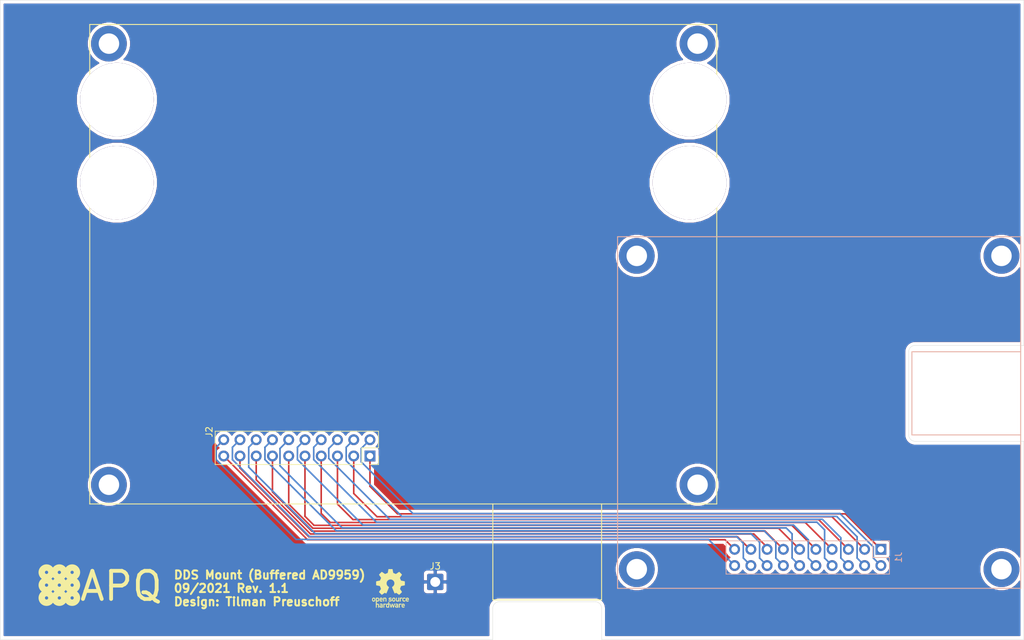
<source format=kicad_pcb>
(kicad_pcb (version 20171130) (host pcbnew "(5.1.9)-1")

  (general
    (thickness 1.6)
    (drawings 18)
    (tracks 109)
    (zones 0)
    (modules 5)
    (nets 22)
  )

  (page A4)
  (title_block
    (title "DDS Mount")
    (date 2021-09-18)
    (rev 1.1)
    (company APQ)
    (comment 1 "Tilman Preuschoff")
  )

  (layers
    (0 F.Cu signal)
    (31 B.Cu signal)
    (32 B.Adhes user)
    (33 F.Adhes user)
    (34 B.Paste user)
    (35 F.Paste user)
    (36 B.SilkS user)
    (37 F.SilkS user)
    (38 B.Mask user)
    (39 F.Mask user)
    (40 Dwgs.User user)
    (41 Cmts.User user)
    (42 Eco1.User user)
    (43 Eco2.User user)
    (44 Edge.Cuts user)
    (45 Margin user)
    (46 B.CrtYd user)
    (47 F.CrtYd user)
    (48 B.Fab user)
    (49 F.Fab user)
  )

  (setup
    (last_trace_width 0.25)
    (trace_clearance 0.2)
    (zone_clearance 0.508)
    (zone_45_only no)
    (trace_min 0.2)
    (via_size 0.8)
    (via_drill 0.4)
    (via_min_size 0.4)
    (via_min_drill 0.3)
    (uvia_size 0.3)
    (uvia_drill 0.1)
    (uvias_allowed no)
    (uvia_min_size 0.2)
    (uvia_min_drill 0.1)
    (edge_width 0.05)
    (segment_width 0.2)
    (pcb_text_width 0.3)
    (pcb_text_size 1.5 1.5)
    (mod_edge_width 0.12)
    (mod_text_size 1 1)
    (mod_text_width 0.15)
    (pad_size 1.524 1.524)
    (pad_drill 0.762)
    (pad_to_mask_clearance 0)
    (aux_axis_origin 0 0)
    (visible_elements 7FFFFFFF)
    (pcbplotparams
      (layerselection 0x010fc_ffffffff)
      (usegerberextensions false)
      (usegerberattributes true)
      (usegerberadvancedattributes true)
      (creategerberjobfile true)
      (excludeedgelayer true)
      (linewidth 0.100000)
      (plotframeref false)
      (viasonmask false)
      (mode 1)
      (useauxorigin false)
      (hpglpennumber 1)
      (hpglpenspeed 20)
      (hpglpendiameter 15.000000)
      (psnegative false)
      (psa4output false)
      (plotreference true)
      (plotvalue true)
      (plotinvisibletext false)
      (padsonsilk false)
      (subtractmaskfromsilk false)
      (outputformat 1)
      (mirror false)
      (drillshape 0)
      (scaleselection 1)
      (outputdirectory "gerber/"))
  )

  (net 0 "")
  (net 1 "Net-(J1-Pad1)")
  (net 2 "Net-(J1-Pad2)")
  (net 3 "Net-(J1-Pad3)")
  (net 4 "Net-(J1-Pad4)")
  (net 5 "Net-(J1-Pad5)")
  (net 6 "Net-(J1-Pad6)")
  (net 7 "Net-(J1-Pad7)")
  (net 8 "Net-(J1-Pad8)")
  (net 9 "Net-(J1-Pad9)")
  (net 10 "Net-(J1-Pad10)")
  (net 11 "Net-(J1-Pad11)")
  (net 12 "Net-(J1-Pad12)")
  (net 13 "Net-(J1-Pad13)")
  (net 14 "Net-(J1-Pad14)")
  (net 15 "Net-(J1-Pad15)")
  (net 16 "Net-(J1-Pad16)")
  (net 17 "Net-(J1-Pad17)")
  (net 18 "Net-(J1-Pad18)")
  (net 19 "Net-(J1-Pad19)")
  (net 20 "Net-(J1-Pad20)")
  (net 21 GND)

  (net_class Default "This is the default net class."
    (clearance 0.2)
    (trace_width 0.25)
    (via_dia 0.8)
    (via_drill 0.4)
    (uvia_dia 0.3)
    (uvia_drill 0.1)
    (add_net GND)
    (add_net "Net-(J1-Pad1)")
    (add_net "Net-(J1-Pad10)")
    (add_net "Net-(J1-Pad11)")
    (add_net "Net-(J1-Pad12)")
    (add_net "Net-(J1-Pad13)")
    (add_net "Net-(J1-Pad14)")
    (add_net "Net-(J1-Pad15)")
    (add_net "Net-(J1-Pad16)")
    (add_net "Net-(J1-Pad17)")
    (add_net "Net-(J1-Pad18)")
    (add_net "Net-(J1-Pad19)")
    (add_net "Net-(J1-Pad2)")
    (add_net "Net-(J1-Pad20)")
    (add_net "Net-(J1-Pad3)")
    (add_net "Net-(J1-Pad4)")
    (add_net "Net-(J1-Pad5)")
    (add_net "Net-(J1-Pad6)")
    (add_net "Net-(J1-Pad7)")
    (add_net "Net-(J1-Pad8)")
    (add_net "Net-(J1-Pad9)")
  )

  (module AD9959_buffered:AD9959_board (layer F.Cu) (tedit 6145D2AD) (tstamp 6145DCDD)
    (at 162 128.8 180)
    (path /612C234F)
    (fp_text reference J2 (at 79.33 11.27 270) (layer F.SilkS)
      (effects (font (size 1 1) (thickness 0.15)))
    )
    (fp_text value AD9959 (at 51.81 11.27 270) (layer F.Fab)
      (effects (font (size 1 1) (thickness 0.15)))
    )
    (fp_text user %R (at 65.57 11.27) (layer F.Fab)
      (effects (font (size 1 1) (thickness 0.15)))
    )
    (fp_line (start 18 -15) (end 18 0) (layer F.SilkS) (width 0.15))
    (fp_line (start 35 -15) (end 18 -15) (layer F.SilkS) (width 0.15))
    (fp_line (start 35 0) (end 35 -15) (layer F.SilkS) (width 0.15))
    (fp_line (start 52.93 7.5) (end 52.93 11.31) (layer F.Fab) (width 0.1))
    (fp_line (start 52.93 11.31) (end 78.33 11.31) (layer F.Fab) (width 0.1))
    (fp_line (start 78.33 11.31) (end 78.33 6.23) (layer F.Fab) (width 0.1))
    (fp_line (start 78.33 6.23) (end 54.2 6.23) (layer F.Fab) (width 0.1))
    (fp_line (start 54.2 6.23) (end 52.93 7.5) (layer F.Fab) (width 0.1))
    (fp_line (start 78.39 6.17) (end 78.39 11.37) (layer F.SilkS) (width 0.12))
    (fp_line (start 55.47 6.17) (end 78.39 6.17) (layer F.SilkS) (width 0.12))
    (fp_line (start 52.87 11.37) (end 78.39 11.37) (layer F.SilkS) (width 0.12))
    (fp_line (start 55.47 6.17) (end 55.47 8.77) (layer F.SilkS) (width 0.12))
    (fp_line (start 55.47 8.77) (end 52.87 8.77) (layer F.SilkS) (width 0.12))
    (fp_line (start 52.87 8.77) (end 52.87 11.37) (layer F.SilkS) (width 0.12))
    (fp_line (start 54.2 6.17) (end 52.87 6.17) (layer F.SilkS) (width 0.12))
    (fp_line (start 52.87 6.17) (end 52.87 7.5) (layer F.SilkS) (width 0.12))
    (fp_line (start 0 0) (end 98 0) (layer F.SilkS) (width 0.15))
    (fp_line (start 98 0) (end 98 75) (layer F.SilkS) (width 0.15))
    (fp_line (start 98 75) (end 0 75) (layer F.SilkS) (width 0.15))
    (fp_line (start 0 75) (end 0 0) (layer F.SilkS) (width 0.15))
    (fp_line (start 98 0) (end 98 75) (layer F.CrtYd) (width 0.1))
    (fp_line (start 98 75) (end 0 75) (layer F.CrtYd) (width 0.1))
    (fp_line (start 0 75) (end 0 0) (layer F.CrtYd) (width 0.1))
    (fp_line (start 0 0) (end 98 0) (layer F.CrtYd) (width 0.1))
    (pad ~ thru_hole circle (at 4.25 50.25 180) (size 11.5 11.5) (drill 11.5) (layers *.Cu *.Mask))
    (pad ~ thru_hole circle (at 4.25 63.25 180) (size 11.5 11.5) (drill 11.5) (layers *.Cu *.Mask))
    (pad ~ thru_hole circle (at 93.75 50.25 180) (size 11.5 11.5) (drill 11.5) (layers *.Cu *.Mask))
    (pad ~ thru_hole circle (at 93.75 63.25 180) (size 11.5 11.5) (drill 11.5) (layers *.Cu *.Mask))
    (pad ~ thru_hole circle (at 3 3 180) (size 5.6 5.6) (drill 3.2) (layers *.Cu *.Mask))
    (pad ~ thru_hole circle (at 3 72 180) (size 5.6 5.6) (drill 3.2) (layers *.Cu *.Mask))
    (pad ~ thru_hole circle (at 95 72 180) (size 5.6 5.6) (drill 3.2) (layers *.Cu *.Mask))
    (pad ~ thru_hole circle (at 95 3 180) (size 5.6 5.6) (drill 3.2) (layers *.Cu *.Mask))
    (pad 20 thru_hole oval (at 77.06 10.04 270) (size 1.7 1.7) (drill 1) (layers *.Cu *.Mask)
      (net 20 "Net-(J1-Pad20)"))
    (pad 19 thru_hole oval (at 77.06 7.5 270) (size 1.7 1.7) (drill 1) (layers *.Cu *.Mask)
      (net 19 "Net-(J1-Pad19)"))
    (pad 18 thru_hole oval (at 74.52 10.04 270) (size 1.7 1.7) (drill 1) (layers *.Cu *.Mask)
      (net 18 "Net-(J1-Pad18)"))
    (pad 17 thru_hole oval (at 74.52 7.5 270) (size 1.7 1.7) (drill 1) (layers *.Cu *.Mask)
      (net 17 "Net-(J1-Pad17)"))
    (pad 16 thru_hole oval (at 71.98 10.04 270) (size 1.7 1.7) (drill 1) (layers *.Cu *.Mask)
      (net 16 "Net-(J1-Pad16)"))
    (pad 15 thru_hole oval (at 71.98 7.5 270) (size 1.7 1.7) (drill 1) (layers *.Cu *.Mask)
      (net 15 "Net-(J1-Pad15)"))
    (pad 14 thru_hole oval (at 69.44 10.04 270) (size 1.7 1.7) (drill 1) (layers *.Cu *.Mask)
      (net 14 "Net-(J1-Pad14)"))
    (pad 13 thru_hole oval (at 69.44 7.5 270) (size 1.7 1.7) (drill 1) (layers *.Cu *.Mask)
      (net 13 "Net-(J1-Pad13)"))
    (pad 12 thru_hole oval (at 66.9 10.04 270) (size 1.7 1.7) (drill 1) (layers *.Cu *.Mask)
      (net 12 "Net-(J1-Pad12)"))
    (pad 11 thru_hole oval (at 66.9 7.5 270) (size 1.7 1.7) (drill 1) (layers *.Cu *.Mask)
      (net 11 "Net-(J1-Pad11)"))
    (pad 10 thru_hole oval (at 64.36 10.04 270) (size 1.7 1.7) (drill 1) (layers *.Cu *.Mask)
      (net 10 "Net-(J1-Pad10)"))
    (pad 9 thru_hole oval (at 64.36 7.5 270) (size 1.7 1.7) (drill 1) (layers *.Cu *.Mask)
      (net 9 "Net-(J1-Pad9)"))
    (pad 8 thru_hole oval (at 61.82 10.04 270) (size 1.7 1.7) (drill 1) (layers *.Cu *.Mask)
      (net 8 "Net-(J1-Pad8)"))
    (pad 7 thru_hole oval (at 61.82 7.5 270) (size 1.7 1.7) (drill 1) (layers *.Cu *.Mask)
      (net 7 "Net-(J1-Pad7)"))
    (pad 6 thru_hole oval (at 59.28 10.04 270) (size 1.7 1.7) (drill 1) (layers *.Cu *.Mask)
      (net 6 "Net-(J1-Pad6)"))
    (pad 5 thru_hole oval (at 59.28 7.5 270) (size 1.7 1.7) (drill 1) (layers *.Cu *.Mask)
      (net 5 "Net-(J1-Pad5)"))
    (pad 4 thru_hole oval (at 56.74 10.04 270) (size 1.7 1.7) (drill 1) (layers *.Cu *.Mask)
      (net 4 "Net-(J1-Pad4)"))
    (pad 3 thru_hole oval (at 56.74 7.5 270) (size 1.7 1.7) (drill 1) (layers *.Cu *.Mask)
      (net 3 "Net-(J1-Pad3)"))
    (pad 2 thru_hole oval (at 54.2 10.04 270) (size 1.7 1.7) (drill 1) (layers *.Cu *.Mask)
      (net 2 "Net-(J1-Pad2)"))
    (pad 1 thru_hole rect (at 54.2 7.5 270) (size 1.7 1.7) (drill 1) (layers *.Cu *.Mask)
      (net 1 "Net-(J1-Pad1)"))
    (model ${KISYS3DMOD}/Connector_PinHeader_2.54mm.3dshapes/PinHeader_2x10_P2.54mm_Vertical.wrl
      (offset (xyz 77 -10 0))
      (scale (xyz 1 1 1))
      (rotate (xyz 0 0 90))
    )
  )

  (module Symbol:OSHW-Logo_5.7x6mm_SilkScreen (layer F.Cu) (tedit 0) (tstamp 61379765)
    (at 111 142)
    (descr "Open Source Hardware Logo")
    (tags "Logo OSHW")
    (attr virtual)
    (fp_text reference REF** (at 0 0) (layer F.SilkS) hide
      (effects (font (size 1 1) (thickness 0.15)))
    )
    (fp_text value OSHW-Logo_5.7x6mm_SilkScreen (at 0.75 0) (layer F.Fab) hide
      (effects (font (size 1 1) (thickness 0.15)))
    )
    (fp_poly (pts (xy 0.376964 -2.709982) (xy 0.433812 -2.40843) (xy 0.853338 -2.235488) (xy 1.104984 -2.406605)
      (xy 1.175458 -2.45425) (xy 1.239163 -2.49679) (xy 1.293126 -2.532285) (xy 1.334373 -2.55879)
      (xy 1.359934 -2.574364) (xy 1.366895 -2.577722) (xy 1.379435 -2.569086) (xy 1.406231 -2.545208)
      (xy 1.44428 -2.509141) (xy 1.490579 -2.463933) (xy 1.542123 -2.412636) (xy 1.595909 -2.358299)
      (xy 1.648935 -2.303972) (xy 1.698195 -2.252705) (xy 1.740687 -2.207549) (xy 1.773407 -2.171554)
      (xy 1.793351 -2.14777) (xy 1.798119 -2.13981) (xy 1.791257 -2.125135) (xy 1.77202 -2.092986)
      (xy 1.74243 -2.046508) (xy 1.70451 -1.988844) (xy 1.660282 -1.92314) (xy 1.634654 -1.885664)
      (xy 1.587941 -1.817232) (xy 1.546432 -1.75548) (xy 1.51214 -1.703481) (xy 1.48708 -1.664308)
      (xy 1.473264 -1.641035) (xy 1.471188 -1.636145) (xy 1.475895 -1.622245) (xy 1.488723 -1.58985)
      (xy 1.507738 -1.543515) (xy 1.531003 -1.487794) (xy 1.556584 -1.427242) (xy 1.582545 -1.366414)
      (xy 1.60695 -1.309864) (xy 1.627863 -1.262148) (xy 1.643349 -1.227819) (xy 1.651472 -1.211432)
      (xy 1.651952 -1.210788) (xy 1.664707 -1.207659) (xy 1.698677 -1.200679) (xy 1.75034 -1.190533)
      (xy 1.816176 -1.177908) (xy 1.892664 -1.163491) (xy 1.93729 -1.155177) (xy 2.019021 -1.139616)
      (xy 2.092843 -1.124808) (xy 2.155021 -1.111564) (xy 2.201822 -1.100695) (xy 2.229509 -1.093011)
      (xy 2.235074 -1.090573) (xy 2.240526 -1.07407) (xy 2.244924 -1.0368) (xy 2.248272 -0.98312)
      (xy 2.250574 -0.917388) (xy 2.251832 -0.843963) (xy 2.252048 -0.767204) (xy 2.251227 -0.691468)
      (xy 2.249371 -0.621114) (xy 2.246482 -0.5605) (xy 2.242565 -0.513984) (xy 2.237622 -0.485925)
      (xy 2.234657 -0.480084) (xy 2.216934 -0.473083) (xy 2.179381 -0.463073) (xy 2.126964 -0.451231)
      (xy 2.064652 -0.438733) (xy 2.0429 -0.43469) (xy 1.938024 -0.41548) (xy 1.85518 -0.400009)
      (xy 1.79163 -0.387663) (xy 1.744637 -0.377827) (xy 1.711463 -0.369886) (xy 1.689371 -0.363224)
      (xy 1.675624 -0.357227) (xy 1.667484 -0.351281) (xy 1.666345 -0.350106) (xy 1.654977 -0.331174)
      (xy 1.637635 -0.294331) (xy 1.61605 -0.244087) (xy 1.591954 -0.184954) (xy 1.567079 -0.121444)
      (xy 1.543157 -0.058068) (xy 1.521919 0.000662) (xy 1.505097 0.050235) (xy 1.494422 0.086139)
      (xy 1.491627 0.103862) (xy 1.49186 0.104483) (xy 1.501331 0.11897) (xy 1.522818 0.150844)
      (xy 1.554063 0.196789) (xy 1.592807 0.253485) (xy 1.636793 0.317617) (xy 1.649319 0.335842)
      (xy 1.693984 0.401914) (xy 1.733288 0.4622) (xy 1.765088 0.513235) (xy 1.787245 0.55156)
      (xy 1.797617 0.573711) (xy 1.798119 0.576432) (xy 1.789405 0.590736) (xy 1.765325 0.619072)
      (xy 1.728976 0.658396) (xy 1.683453 0.705661) (xy 1.631852 0.757823) (xy 1.577267 0.811835)
      (xy 1.522794 0.864653) (xy 1.471529 0.913231) (xy 1.426567 0.954523) (xy 1.391004 0.985485)
      (xy 1.367935 1.00307) (xy 1.361554 1.005941) (xy 1.346699 0.999178) (xy 1.316286 0.980939)
      (xy 1.275268 0.954297) (xy 1.243709 0.932852) (xy 1.186525 0.893503) (xy 1.118806 0.847171)
      (xy 1.05088 0.800913) (xy 1.014361 0.776155) (xy 0.890752 0.692547) (xy 0.786991 0.74865)
      (xy 0.73972 0.773228) (xy 0.699523 0.792331) (xy 0.672326 0.803227) (xy 0.665402 0.804743)
      (xy 0.657077 0.793549) (xy 0.640654 0.761917) (xy 0.617357 0.712765) (xy 0.588414 0.64901)
      (xy 0.55505 0.573571) (xy 0.518491 0.489364) (xy 0.479964 0.399308) (xy 0.440694 0.306321)
      (xy 0.401908 0.21332) (xy 0.36483 0.123223) (xy 0.330689 0.038948) (xy 0.300708 -0.036587)
      (xy 0.276116 -0.100466) (xy 0.258136 -0.149769) (xy 0.247997 -0.181579) (xy 0.246366 -0.192504)
      (xy 0.259291 -0.206439) (xy 0.287589 -0.22906) (xy 0.325346 -0.255667) (xy 0.328515 -0.257772)
      (xy 0.4261 -0.335886) (xy 0.504786 -0.427018) (xy 0.563891 -0.528255) (xy 0.602732 -0.636682)
      (xy 0.620628 -0.749386) (xy 0.616897 -0.863452) (xy 0.590857 -0.975966) (xy 0.541825 -1.084015)
      (xy 0.5274 -1.107655) (xy 0.452369 -1.203113) (xy 0.36373 -1.279768) (xy 0.264549 -1.33722)
      (xy 0.157895 -1.375071) (xy 0.046836 -1.392922) (xy -0.065561 -1.390375) (xy -0.176227 -1.36703)
      (xy -0.282094 -1.32249) (xy -0.380095 -1.256355) (xy -0.41041 -1.229513) (xy -0.487562 -1.145488)
      (xy -0.543782 -1.057034) (xy -0.582347 -0.957885) (xy -0.603826 -0.859697) (xy -0.609128 -0.749303)
      (xy -0.591448 -0.63836) (xy -0.552581 -0.530619) (xy -0.494323 -0.429831) (xy -0.418469 -0.339744)
      (xy -0.326817 -0.264108) (xy -0.314772 -0.256136) (xy -0.276611 -0.230026) (xy -0.247601 -0.207405)
      (xy -0.233732 -0.192961) (xy -0.233531 -0.192504) (xy -0.236508 -0.176879) (xy -0.248311 -0.141418)
      (xy -0.267714 -0.089038) (xy -0.293488 -0.022655) (xy -0.324409 0.054814) (xy -0.359249 0.14045)
      (xy -0.396783 0.231337) (xy -0.435783 0.324559) (xy -0.475023 0.417197) (xy -0.513276 0.506335)
      (xy -0.549317 0.589055) (xy -0.581917 0.662441) (xy -0.609852 0.723575) (xy -0.631895 0.769541)
      (xy -0.646818 0.797421) (xy -0.652828 0.804743) (xy -0.671191 0.799041) (xy -0.705552 0.783749)
      (xy -0.749984 0.761599) (xy -0.774417 0.74865) (xy -0.878178 0.692547) (xy -1.001787 0.776155)
      (xy -1.064886 0.818987) (xy -1.13397 0.866122) (xy -1.198707 0.910503) (xy -1.231134 0.932852)
      (xy -1.276741 0.963477) (xy -1.31536 0.987747) (xy -1.341952 1.002587) (xy -1.35059 1.005724)
      (xy -1.363161 0.997261) (xy -1.390984 0.973636) (xy -1.431361 0.937302) (xy -1.481595 0.890711)
      (xy -1.538988 0.836317) (xy -1.575286 0.801392) (xy -1.63879 0.738996) (xy -1.693673 0.683188)
      (xy -1.737714 0.636354) (xy -1.768695 0.600882) (xy -1.784398 0.579161) (xy -1.785905 0.574752)
      (xy -1.778914 0.557985) (xy -1.759594 0.524082) (xy -1.730091 0.476476) (xy -1.692545 0.418599)
      (xy -1.6491 0.353884) (xy -1.636745 0.335842) (xy -1.591727 0.270267) (xy -1.55134 0.211228)
      (xy -1.51784 0.162042) (xy -1.493486 0.126028) (xy -1.480536 0.106502) (xy -1.479285 0.104483)
      (xy -1.481156 0.088922) (xy -1.491087 0.054709) (xy -1.507347 0.006355) (xy -1.528205 -0.051629)
      (xy -1.551927 -0.11473) (xy -1.576784 -0.178437) (xy -1.601042 -0.238239) (xy -1.622971 -0.289624)
      (xy -1.640838 -0.328081) (xy -1.652913 -0.349098) (xy -1.653771 -0.350106) (xy -1.661154 -0.356112)
      (xy -1.673625 -0.362052) (xy -1.69392 -0.36854) (xy -1.724778 -0.376191) (xy -1.768934 -0.38562)
      (xy -1.829126 -0.397441) (xy -1.908093 -0.412271) (xy -2.00857 -0.430723) (xy -2.030325 -0.43469)
      (xy -2.094802 -0.447147) (xy -2.151011 -0.459334) (xy -2.193987 -0.470074) (xy -2.21876 -0.478191)
      (xy -2.222082 -0.480084) (xy -2.227556 -0.496862) (xy -2.232006 -0.534355) (xy -2.235428 -0.588206)
      (xy -2.237819 -0.654056) (xy -2.239177 -0.727547) (xy -2.239499 -0.80432) (xy -2.238781 -0.880017)
      (xy -2.237021 -0.95028) (xy -2.234216 -1.01075) (xy -2.230362 -1.05707) (xy -2.225457 -1.084881)
      (xy -2.2225 -1.090573) (xy -2.206037 -1.096314) (xy -2.168551 -1.105655) (xy -2.113775 -1.117785)
      (xy -2.045445 -1.131893) (xy -1.967294 -1.14717) (xy -1.924716 -1.155177) (xy -1.843929 -1.170279)
      (xy -1.771887 -1.18396) (xy -1.712111 -1.195533) (xy -1.668121 -1.204313) (xy -1.643439 -1.209613)
      (xy -1.639377 -1.210788) (xy -1.632511 -1.224035) (xy -1.617998 -1.255943) (xy -1.597771 -1.301953)
      (xy -1.573766 -1.357508) (xy -1.547918 -1.418047) (xy -1.52216 -1.479014) (xy -1.498427 -1.535849)
      (xy -1.478654 -1.583994) (xy -1.464776 -1.61889) (xy -1.458726 -1.635979) (xy -1.458614 -1.636726)
      (xy -1.465472 -1.650207) (xy -1.484698 -1.68123) (xy -1.514272 -1.726711) (xy -1.552173 -1.783568)
      (xy -1.59638 -1.848717) (xy -1.622079 -1.886138) (xy -1.668907 -1.954753) (xy -1.710499 -2.017048)
      (xy -1.744825 -2.069871) (xy -1.769857 -2.110073) (xy -1.783565 -2.1345) (xy -1.785544 -2.139976)
      (xy -1.777034 -2.152722) (xy -1.753507 -2.179937) (xy -1.717968 -2.218572) (xy -1.673423 -2.265577)
      (xy -1.622877 -2.317905) (xy -1.569336 -2.372505) (xy -1.515805 -2.42633) (xy -1.465289 -2.47633)
      (xy -1.420794 -2.519457) (xy -1.385325 -2.552661) (xy -1.361887 -2.572894) (xy -1.354046 -2.577722)
      (xy -1.34128 -2.570933) (xy -1.310744 -2.551858) (xy -1.26541 -2.522439) (xy -1.208244 -2.484619)
      (xy -1.142216 -2.440339) (xy -1.09241 -2.406605) (xy -0.840764 -2.235488) (xy -0.631001 -2.321959)
      (xy -0.421237 -2.40843) (xy -0.364389 -2.709982) (xy -0.30754 -3.011534) (xy 0.320115 -3.011534)
      (xy 0.376964 -2.709982)) (layer F.SilkS) (width 0.01))
    (fp_poly (pts (xy 1.79946 1.45803) (xy 1.842711 1.471245) (xy 1.870558 1.487941) (xy 1.879629 1.501145)
      (xy 1.877132 1.516797) (xy 1.860931 1.541385) (xy 1.847232 1.5588) (xy 1.818992 1.590283)
      (xy 1.797775 1.603529) (xy 1.779688 1.602664) (xy 1.726035 1.58901) (xy 1.68663 1.58963)
      (xy 1.654632 1.605104) (xy 1.64389 1.614161) (xy 1.609505 1.646027) (xy 1.609505 2.062179)
      (xy 1.471188 2.062179) (xy 1.471188 1.458614) (xy 1.540347 1.458614) (xy 1.581869 1.460256)
      (xy 1.603291 1.466087) (xy 1.609502 1.477461) (xy 1.609505 1.477798) (xy 1.612439 1.489713)
      (xy 1.625704 1.488159) (xy 1.644084 1.479563) (xy 1.682046 1.463568) (xy 1.712872 1.453945)
      (xy 1.752536 1.451478) (xy 1.79946 1.45803)) (layer F.SilkS) (width 0.01))
    (fp_poly (pts (xy -0.754012 1.469002) (xy -0.722717 1.48395) (xy -0.692409 1.505541) (xy -0.669318 1.530391)
      (xy -0.6525 1.562087) (xy -0.641006 1.604214) (xy -0.633891 1.660358) (xy -0.630207 1.734106)
      (xy -0.629008 1.829044) (xy -0.628989 1.838985) (xy -0.628713 2.062179) (xy -0.76703 2.062179)
      (xy -0.76703 1.856418) (xy -0.767128 1.780189) (xy -0.767809 1.724939) (xy -0.769651 1.686501)
      (xy -0.773233 1.660706) (xy -0.779132 1.643384) (xy -0.787927 1.630368) (xy -0.80018 1.617507)
      (xy -0.843047 1.589873) (xy -0.889843 1.584745) (xy -0.934424 1.602217) (xy -0.949928 1.615221)
      (xy -0.96131 1.627447) (xy -0.969481 1.64054) (xy -0.974974 1.658615) (xy -0.97832 1.685787)
      (xy -0.980051 1.72617) (xy -0.980697 1.783879) (xy -0.980792 1.854132) (xy -0.980792 2.062179)
      (xy -1.119109 2.062179) (xy -1.119109 1.458614) (xy -1.04995 1.458614) (xy -1.008428 1.460256)
      (xy -0.987006 1.466087) (xy -0.980795 1.477461) (xy -0.980792 1.477798) (xy -0.97791 1.488938)
      (xy -0.965199 1.487674) (xy -0.939926 1.475434) (xy -0.882605 1.457424) (xy -0.817037 1.455421)
      (xy -0.754012 1.469002)) (layer F.SilkS) (width 0.01))
    (fp_poly (pts (xy 2.677898 1.456457) (xy 2.710096 1.464279) (xy 2.771825 1.492921) (xy 2.82461 1.536667)
      (xy 2.861141 1.589117) (xy 2.86616 1.600893) (xy 2.873045 1.63174) (xy 2.877864 1.677371)
      (xy 2.879505 1.723492) (xy 2.879505 1.810693) (xy 2.697178 1.810693) (xy 2.621979 1.810978)
      (xy 2.569003 1.812704) (xy 2.535325 1.817181) (xy 2.51802 1.82572) (xy 2.514163 1.83963)
      (xy 2.520829 1.860222) (xy 2.53277 1.884315) (xy 2.56608 1.924525) (xy 2.612368 1.944558)
      (xy 2.668944 1.943905) (xy 2.733031 1.922101) (xy 2.788417 1.895193) (xy 2.834375 1.931532)
      (xy 2.880333 1.967872) (xy 2.837096 2.007819) (xy 2.779374 2.045563) (xy 2.708386 2.06832)
      (xy 2.632029 2.074688) (xy 2.558199 2.063268) (xy 2.546287 2.059393) (xy 2.481399 2.025506)
      (xy 2.43313 1.974986) (xy 2.400465 1.906325) (xy 2.382385 1.818014) (xy 2.382175 1.816121)
      (xy 2.380556 1.719878) (xy 2.3871 1.685542) (xy 2.514852 1.685542) (xy 2.526584 1.690822)
      (xy 2.558438 1.694867) (xy 2.605397 1.697176) (xy 2.635154 1.697525) (xy 2.690648 1.697306)
      (xy 2.725346 1.695916) (xy 2.743601 1.692251) (xy 2.749766 1.68521) (xy 2.748195 1.67369)
      (xy 2.746878 1.669233) (xy 2.724382 1.627355) (xy 2.689003 1.593604) (xy 2.65778 1.578773)
      (xy 2.616301 1.579668) (xy 2.574269 1.598164) (xy 2.539012 1.628786) (xy 2.517854 1.666062)
      (xy 2.514852 1.685542) (xy 2.3871 1.685542) (xy 2.39669 1.635229) (xy 2.428698 1.564191)
      (xy 2.474701 1.508779) (xy 2.532821 1.471009) (xy 2.60118 1.452896) (xy 2.677898 1.456457)) (layer F.SilkS) (width 0.01))
    (fp_poly (pts (xy 2.217226 1.46388) (xy 2.29008 1.49483) (xy 2.313027 1.509895) (xy 2.342354 1.533048)
      (xy 2.360764 1.551253) (xy 2.363961 1.557183) (xy 2.354935 1.57034) (xy 2.331837 1.592667)
      (xy 2.313344 1.60825) (xy 2.262728 1.648926) (xy 2.22276 1.615295) (xy 2.191874 1.593584)
      (xy 2.161759 1.58609) (xy 2.127292 1.58792) (xy 2.072561 1.601528) (xy 2.034886 1.629772)
      (xy 2.011991 1.675433) (xy 2.001597 1.741289) (xy 2.001595 1.741331) (xy 2.002494 1.814939)
      (xy 2.016463 1.868946) (xy 2.044328 1.905716) (xy 2.063325 1.918168) (xy 2.113776 1.933673)
      (xy 2.167663 1.933683) (xy 2.214546 1.918638) (xy 2.225644 1.911287) (xy 2.253476 1.892511)
      (xy 2.275236 1.889434) (xy 2.298704 1.903409) (xy 2.324649 1.92851) (xy 2.365716 1.97088)
      (xy 2.320121 2.008464) (xy 2.249674 2.050882) (xy 2.170233 2.071785) (xy 2.087215 2.070272)
      (xy 2.032694 2.056411) (xy 1.96897 2.022135) (xy 1.918005 1.968212) (xy 1.894851 1.930149)
      (xy 1.876099 1.875536) (xy 1.866715 1.806369) (xy 1.866643 1.731407) (xy 1.875824 1.659409)
      (xy 1.894199 1.599137) (xy 1.897093 1.592958) (xy 1.939952 1.532351) (xy 1.997979 1.488224)
      (xy 2.066591 1.461493) (xy 2.141201 1.453073) (xy 2.217226 1.46388)) (layer F.SilkS) (width 0.01))
    (fp_poly (pts (xy 0.993367 1.654342) (xy 0.994555 1.746563) (xy 0.998897 1.81661) (xy 1.007558 1.867381)
      (xy 1.021704 1.901772) (xy 1.0425 1.922679) (xy 1.07111 1.933) (xy 1.106535 1.935636)
      (xy 1.143636 1.932682) (xy 1.171818 1.921889) (xy 1.192243 1.90036) (xy 1.206079 1.865199)
      (xy 1.214491 1.81351) (xy 1.218643 1.742394) (xy 1.219703 1.654342) (xy 1.219703 1.458614)
      (xy 1.35802 1.458614) (xy 1.35802 2.062179) (xy 1.288862 2.062179) (xy 1.24717 2.060489)
      (xy 1.225701 2.054556) (xy 1.219703 2.043293) (xy 1.216091 2.033261) (xy 1.201714 2.035383)
      (xy 1.172736 2.04958) (xy 1.106319 2.07148) (xy 1.035875 2.069928) (xy 0.968377 2.046147)
      (xy 0.936233 2.027362) (xy 0.911715 2.007022) (xy 0.893804 1.981573) (xy 0.881479 1.947458)
      (xy 0.873723 1.901121) (xy 0.869516 1.839007) (xy 0.86784 1.757561) (xy 0.867624 1.694578)
      (xy 0.867624 1.458614) (xy 0.993367 1.458614) (xy 0.993367 1.654342)) (layer F.SilkS) (width 0.01))
    (fp_poly (pts (xy 0.610762 1.466055) (xy 0.674363 1.500692) (xy 0.724123 1.555372) (xy 0.747568 1.599842)
      (xy 0.757634 1.639121) (xy 0.764156 1.695116) (xy 0.766951 1.759621) (xy 0.765836 1.824429)
      (xy 0.760626 1.881334) (xy 0.754541 1.911727) (xy 0.734014 1.953306) (xy 0.698463 1.997468)
      (xy 0.655619 2.036087) (xy 0.613211 2.061034) (xy 0.612177 2.06143) (xy 0.559553 2.072331)
      (xy 0.497188 2.072601) (xy 0.437924 2.062676) (xy 0.41504 2.054722) (xy 0.356102 2.0213)
      (xy 0.31389 1.977511) (xy 0.286156 1.919538) (xy 0.270651 1.843565) (xy 0.267143 1.803771)
      (xy 0.26759 1.753766) (xy 0.402376 1.753766) (xy 0.406917 1.826732) (xy 0.419986 1.882334)
      (xy 0.440756 1.917861) (xy 0.455552 1.92802) (xy 0.493464 1.935104) (xy 0.538527 1.933007)
      (xy 0.577487 1.922812) (xy 0.587704 1.917204) (xy 0.614659 1.884538) (xy 0.632451 1.834545)
      (xy 0.640024 1.773705) (xy 0.636325 1.708497) (xy 0.628057 1.669253) (xy 0.60432 1.623805)
      (xy 0.566849 1.595396) (xy 0.52172 1.585573) (xy 0.475011 1.595887) (xy 0.439132 1.621112)
      (xy 0.420277 1.641925) (xy 0.409272 1.662439) (xy 0.404026 1.690203) (xy 0.402449 1.732762)
      (xy 0.402376 1.753766) (xy 0.26759 1.753766) (xy 0.268094 1.69758) (xy 0.285388 1.610501)
      (xy 0.319029 1.54253) (xy 0.369018 1.493664) (xy 0.435356 1.463899) (xy 0.449601 1.460448)
      (xy 0.53521 1.452345) (xy 0.610762 1.466055)) (layer F.SilkS) (width 0.01))
    (fp_poly (pts (xy 0.014017 1.456452) (xy 0.061634 1.465482) (xy 0.111034 1.48437) (xy 0.116312 1.486777)
      (xy 0.153774 1.506476) (xy 0.179717 1.524781) (xy 0.188103 1.536508) (xy 0.180117 1.555632)
      (xy 0.16072 1.58385) (xy 0.15211 1.594384) (xy 0.116628 1.635847) (xy 0.070885 1.608858)
      (xy 0.02735 1.590878) (xy -0.02295 1.581267) (xy -0.071188 1.58066) (xy -0.108533 1.589691)
      (xy -0.117495 1.595327) (xy -0.134563 1.621171) (xy -0.136637 1.650941) (xy -0.123866 1.674197)
      (xy -0.116312 1.678708) (xy -0.093675 1.684309) (xy -0.053885 1.690892) (xy -0.004834 1.697183)
      (xy 0.004215 1.69817) (xy 0.082996 1.711798) (xy 0.140136 1.734946) (xy 0.17803 1.769752)
      (xy 0.199079 1.818354) (xy 0.205635 1.877718) (xy 0.196577 1.945198) (xy 0.167164 1.998188)
      (xy 0.117278 2.036783) (xy 0.0468 2.061081) (xy -0.031435 2.070667) (xy -0.095234 2.070552)
      (xy -0.146984 2.061845) (xy -0.182327 2.049825) (xy -0.226983 2.02888) (xy -0.268253 2.004574)
      (xy -0.282921 1.993876) (xy -0.320643 1.963084) (xy -0.275148 1.917049) (xy -0.229653 1.871013)
      (xy -0.177928 1.905243) (xy -0.126048 1.930952) (xy -0.070649 1.944399) (xy -0.017395 1.945818)
      (xy 0.028049 1.935443) (xy 0.060016 1.913507) (xy 0.070338 1.894998) (xy 0.068789 1.865314)
      (xy 0.04314 1.842615) (xy -0.00654 1.82694) (xy -0.060969 1.819695) (xy -0.144736 1.805873)
      (xy -0.206967 1.779796) (xy -0.248493 1.740699) (xy -0.270147 1.68782) (xy -0.273147 1.625126)
      (xy -0.258329 1.559642) (xy -0.224546 1.510144) (xy -0.171495 1.476408) (xy -0.098874 1.458207)
      (xy -0.045072 1.454639) (xy 0.014017 1.456452)) (layer F.SilkS) (width 0.01))
    (fp_poly (pts (xy -1.356699 1.472614) (xy -1.344168 1.478514) (xy -1.300799 1.510283) (xy -1.25979 1.556646)
      (xy -1.229168 1.607696) (xy -1.220459 1.631166) (xy -1.212512 1.673091) (xy -1.207774 1.723757)
      (xy -1.207199 1.744679) (xy -1.207129 1.810693) (xy -1.587083 1.810693) (xy -1.578983 1.845273)
      (xy -1.559104 1.88617) (xy -1.524347 1.921514) (xy -1.482998 1.944282) (xy -1.456649 1.94901)
      (xy -1.420916 1.943273) (xy -1.378282 1.928882) (xy -1.363799 1.922262) (xy -1.31024 1.895513)
      (xy -1.264533 1.930376) (xy -1.238158 1.953955) (xy -1.224124 1.973417) (xy -1.223414 1.979129)
      (xy -1.235951 1.992973) (xy -1.263428 2.014012) (xy -1.288366 2.030425) (xy -1.355664 2.05993)
      (xy -1.43111 2.073284) (xy -1.505888 2.069812) (xy -1.565495 2.051663) (xy -1.626941 2.012784)
      (xy -1.670608 1.961595) (xy -1.697926 1.895367) (xy -1.710322 1.811371) (xy -1.711421 1.772936)
      (xy -1.707022 1.684861) (xy -1.706482 1.682299) (xy -1.580582 1.682299) (xy -1.577115 1.690558)
      (xy -1.562863 1.695113) (xy -1.53347 1.697065) (xy -1.484575 1.697517) (xy -1.465748 1.697525)
      (xy -1.408467 1.696843) (xy -1.372141 1.694364) (xy -1.352604 1.689443) (xy -1.34569 1.681434)
      (xy -1.345445 1.678862) (xy -1.353336 1.658423) (xy -1.373085 1.629789) (xy -1.381575 1.619763)
      (xy -1.413094 1.591408) (xy -1.445949 1.580259) (xy -1.463651 1.579327) (xy -1.511539 1.590981)
      (xy -1.551699 1.622285) (xy -1.577173 1.667752) (xy -1.577625 1.669233) (xy -1.580582 1.682299)
      (xy -1.706482 1.682299) (xy -1.692392 1.61551) (xy -1.666038 1.560025) (xy -1.633807 1.520639)
      (xy -1.574217 1.477931) (xy -1.504168 1.455109) (xy -1.429661 1.453046) (xy -1.356699 1.472614)) (layer F.SilkS) (width 0.01))
    (fp_poly (pts (xy -2.538261 1.465148) (xy -2.472479 1.494231) (xy -2.42254 1.542793) (xy -2.388374 1.610908)
      (xy -2.369907 1.698651) (xy -2.368583 1.712351) (xy -2.367546 1.808939) (xy -2.380993 1.893602)
      (xy -2.408108 1.962221) (xy -2.422627 1.984294) (xy -2.473201 2.031011) (xy -2.537609 2.061268)
      (xy -2.609666 2.073824) (xy -2.683185 2.067439) (xy -2.739072 2.047772) (xy -2.787132 2.014629)
      (xy -2.826412 1.971175) (xy -2.827092 1.970158) (xy -2.843044 1.943338) (xy -2.85341 1.916368)
      (xy -2.859688 1.882332) (xy -2.863373 1.83431) (xy -2.864997 1.794931) (xy -2.865672 1.759219)
      (xy -2.739955 1.759219) (xy -2.738726 1.79477) (xy -2.734266 1.842094) (xy -2.726397 1.872465)
      (xy -2.712207 1.894072) (xy -2.698917 1.906694) (xy -2.651802 1.933122) (xy -2.602505 1.936653)
      (xy -2.556593 1.917639) (xy -2.533638 1.896331) (xy -2.517096 1.874859) (xy -2.507421 1.854313)
      (xy -2.503174 1.827574) (xy -2.50292 1.787523) (xy -2.504228 1.750638) (xy -2.507043 1.697947)
      (xy -2.511505 1.663772) (xy -2.519548 1.64148) (xy -2.533103 1.624442) (xy -2.543845 1.614703)
      (xy -2.588777 1.589123) (xy -2.637249 1.587847) (xy -2.677894 1.602999) (xy -2.712567 1.634642)
      (xy -2.733224 1.68662) (xy -2.739955 1.759219) (xy -2.865672 1.759219) (xy -2.866479 1.716621)
      (xy -2.863948 1.658056) (xy -2.856362 1.614007) (xy -2.842681 1.579248) (xy -2.821865 1.548551)
      (xy -2.814147 1.539436) (xy -2.765889 1.494021) (xy -2.714128 1.467493) (xy -2.650828 1.456379)
      (xy -2.619961 1.455471) (xy -2.538261 1.465148)) (layer F.SilkS) (width 0.01))
    (fp_poly (pts (xy 2.032581 2.40497) (xy 2.092685 2.420597) (xy 2.143021 2.452848) (xy 2.167393 2.47694)
      (xy 2.207345 2.533895) (xy 2.230242 2.599965) (xy 2.238108 2.681182) (xy 2.238148 2.687748)
      (xy 2.238218 2.753763) (xy 1.858264 2.753763) (xy 1.866363 2.788342) (xy 1.880987 2.819659)
      (xy 1.906581 2.852291) (xy 1.911935 2.8575) (xy 1.957943 2.885694) (xy 2.01041 2.890475)
      (xy 2.070803 2.871926) (xy 2.08104 2.866931) (xy 2.112439 2.851745) (xy 2.13347 2.843094)
      (xy 2.137139 2.842293) (xy 2.149948 2.850063) (xy 2.174378 2.869072) (xy 2.186779 2.87946)
      (xy 2.212476 2.903321) (xy 2.220915 2.919077) (xy 2.215058 2.933571) (xy 2.211928 2.937534)
      (xy 2.190725 2.954879) (xy 2.155738 2.975959) (xy 2.131337 2.988265) (xy 2.062072 3.009946)
      (xy 1.985388 3.016971) (xy 1.912765 3.008647) (xy 1.892426 3.002686) (xy 1.829476 2.968952)
      (xy 1.782815 2.917045) (xy 1.752173 2.846459) (xy 1.737282 2.756692) (xy 1.735647 2.709753)
      (xy 1.740421 2.641413) (xy 1.86099 2.641413) (xy 1.872652 2.646465) (xy 1.903998 2.650429)
      (xy 1.949571 2.652768) (xy 1.980446 2.653169) (xy 2.035981 2.652783) (xy 2.071033 2.650975)
      (xy 2.090262 2.646773) (xy 2.09833 2.639203) (xy 2.099901 2.628218) (xy 2.089121 2.594381)
      (xy 2.06198 2.56094) (xy 2.026277 2.535272) (xy 1.99056 2.524772) (xy 1.942048 2.534086)
      (xy 1.900053 2.561013) (xy 1.870936 2.599827) (xy 1.86099 2.641413) (xy 1.740421 2.641413)
      (xy 1.742599 2.610236) (xy 1.764055 2.530949) (xy 1.80047 2.471263) (xy 1.852297 2.430549)
      (xy 1.91999 2.408179) (xy 1.956662 2.403871) (xy 2.032581 2.40497)) (layer F.SilkS) (width 0.01))
    (fp_poly (pts (xy 1.635255 2.401486) (xy 1.683595 2.411015) (xy 1.711114 2.425125) (xy 1.740064 2.448568)
      (xy 1.698876 2.500571) (xy 1.673482 2.532064) (xy 1.656238 2.547428) (xy 1.639102 2.549776)
      (xy 1.614027 2.542217) (xy 1.602257 2.537941) (xy 1.55427 2.531631) (xy 1.510324 2.545156)
      (xy 1.47806 2.57571) (xy 1.472819 2.585452) (xy 1.467112 2.611258) (xy 1.462706 2.658817)
      (xy 1.459811 2.724758) (xy 1.458631 2.80571) (xy 1.458614 2.817226) (xy 1.458614 3.017822)
      (xy 1.320297 3.017822) (xy 1.320297 2.401683) (xy 1.389456 2.401683) (xy 1.429333 2.402725)
      (xy 1.450107 2.407358) (xy 1.457789 2.417849) (xy 1.458614 2.427745) (xy 1.458614 2.453806)
      (xy 1.491745 2.427745) (xy 1.529735 2.409965) (xy 1.58077 2.401174) (xy 1.635255 2.401486)) (layer F.SilkS) (width 0.01))
    (fp_poly (pts (xy 1.038411 2.405417) (xy 1.091411 2.41829) (xy 1.106731 2.42511) (xy 1.136428 2.442974)
      (xy 1.15922 2.463093) (xy 1.176083 2.488962) (xy 1.187998 2.524073) (xy 1.195942 2.57192)
      (xy 1.200894 2.635996) (xy 1.203831 2.719794) (xy 1.204947 2.775768) (xy 1.209052 3.017822)
      (xy 1.138932 3.017822) (xy 1.096393 3.016038) (xy 1.074476 3.009942) (xy 1.068812 2.999706)
      (xy 1.065821 2.988637) (xy 1.052451 2.990754) (xy 1.034233 2.999629) (xy 0.988624 3.013233)
      (xy 0.930007 3.016899) (xy 0.868354 3.010903) (xy 0.813638 2.995521) (xy 0.80873 2.993386)
      (xy 0.758723 2.958255) (xy 0.725756 2.909419) (xy 0.710587 2.852333) (xy 0.711746 2.831824)
      (xy 0.835508 2.831824) (xy 0.846413 2.859425) (xy 0.878745 2.879204) (xy 0.93091 2.889819)
      (xy 0.958787 2.891228) (xy 1.005247 2.88762) (xy 1.036129 2.873597) (xy 1.043664 2.866931)
      (xy 1.064076 2.830666) (xy 1.068812 2.797773) (xy 1.068812 2.753763) (xy 1.007513 2.753763)
      (xy 0.936256 2.757395) (xy 0.886276 2.768818) (xy 0.854696 2.788824) (xy 0.847626 2.797743)
      (xy 0.835508 2.831824) (xy 0.711746 2.831824) (xy 0.713971 2.792456) (xy 0.736663 2.735244)
      (xy 0.767624 2.69658) (xy 0.786376 2.679864) (xy 0.804733 2.668878) (xy 0.828619 2.66218)
      (xy 0.863957 2.658326) (xy 0.916669 2.655873) (xy 0.937577 2.655168) (xy 1.068812 2.650879)
      (xy 1.06862 2.611158) (xy 1.063537 2.569405) (xy 1.045162 2.544158) (xy 1.008039 2.52803)
      (xy 1.007043 2.527742) (xy 0.95441 2.5214) (xy 0.902906 2.529684) (xy 0.86463 2.549827)
      (xy 0.849272 2.559773) (xy 0.83273 2.558397) (xy 0.807275 2.543987) (xy 0.792328 2.533817)
      (xy 0.763091 2.512088) (xy 0.74498 2.4958) (xy 0.742074 2.491137) (xy 0.75404 2.467005)
      (xy 0.789396 2.438185) (xy 0.804753 2.428461) (xy 0.848901 2.411714) (xy 0.908398 2.402227)
      (xy 0.974487 2.400095) (xy 1.038411 2.405417)) (layer F.SilkS) (width 0.01))
    (fp_poly (pts (xy 0.281524 2.404237) (xy 0.331255 2.407971) (xy 0.461291 2.797773) (xy 0.481678 2.728614)
      (xy 0.493946 2.685874) (xy 0.510085 2.628115) (xy 0.527512 2.564625) (xy 0.536726 2.53057)
      (xy 0.571388 2.401683) (xy 0.714391 2.401683) (xy 0.671646 2.536857) (xy 0.650596 2.603342)
      (xy 0.625167 2.683539) (xy 0.59861 2.767193) (xy 0.574902 2.841782) (xy 0.520902 3.011535)
      (xy 0.462598 3.015328) (xy 0.404295 3.019122) (xy 0.372679 2.914734) (xy 0.353182 2.849889)
      (xy 0.331904 2.7784) (xy 0.313308 2.715263) (xy 0.312574 2.71275) (xy 0.298684 2.669969)
      (xy 0.286429 2.640779) (xy 0.277846 2.629741) (xy 0.276082 2.631018) (xy 0.269891 2.64813)
      (xy 0.258128 2.684787) (xy 0.242225 2.736378) (xy 0.223614 2.798294) (xy 0.213543 2.832352)
      (xy 0.159007 3.017822) (xy 0.043264 3.017822) (xy -0.049263 2.725471) (xy -0.075256 2.643462)
      (xy -0.098934 2.568987) (xy -0.11918 2.505544) (xy -0.134874 2.456632) (xy -0.144898 2.425749)
      (xy -0.147945 2.416726) (xy -0.145533 2.407487) (xy -0.126592 2.403441) (xy -0.087177 2.403846)
      (xy -0.081007 2.404152) (xy -0.007914 2.407971) (xy 0.039957 2.58401) (xy 0.057553 2.648211)
      (xy 0.073277 2.704649) (xy 0.085746 2.748422) (xy 0.093574 2.77463) (xy 0.09502 2.778903)
      (xy 0.101014 2.77399) (xy 0.113101 2.748532) (xy 0.129893 2.705997) (xy 0.150003 2.64985)
      (xy 0.167003 2.59913) (xy 0.231794 2.400504) (xy 0.281524 2.404237)) (layer F.SilkS) (width 0.01))
    (fp_poly (pts (xy -0.201188 3.017822) (xy -0.270346 3.017822) (xy -0.310488 3.016645) (xy -0.331394 3.011772)
      (xy -0.338922 3.001186) (xy -0.339505 2.994029) (xy -0.340774 2.979676) (xy -0.348779 2.976923)
      (xy -0.369815 2.985771) (xy -0.386173 2.994029) (xy -0.448977 3.013597) (xy -0.517248 3.014729)
      (xy -0.572752 3.000135) (xy -0.624438 2.964877) (xy -0.663838 2.912835) (xy -0.685413 2.85145)
      (xy -0.685962 2.848018) (xy -0.689167 2.810571) (xy -0.690761 2.756813) (xy -0.690633 2.716155)
      (xy -0.553279 2.716155) (xy -0.550097 2.770194) (xy -0.542859 2.814735) (xy -0.53306 2.839888)
      (xy -0.495989 2.87426) (xy -0.451974 2.886582) (xy -0.406584 2.876618) (xy -0.367797 2.846895)
      (xy -0.353108 2.826905) (xy -0.344519 2.80305) (xy -0.340496 2.76823) (xy -0.339505 2.71593)
      (xy -0.341278 2.664139) (xy -0.345963 2.618634) (xy -0.352603 2.588181) (xy -0.35371 2.585452)
      (xy -0.380491 2.553) (xy -0.419579 2.535183) (xy -0.463315 2.532306) (xy -0.504038 2.544674)
      (xy -0.534087 2.572593) (xy -0.537204 2.578148) (xy -0.546961 2.612022) (xy -0.552277 2.660728)
      (xy -0.553279 2.716155) (xy -0.690633 2.716155) (xy -0.690568 2.69554) (xy -0.689664 2.662563)
      (xy -0.683514 2.580981) (xy -0.670733 2.51973) (xy -0.649471 2.474449) (xy -0.617878 2.440779)
      (xy -0.587207 2.421014) (xy -0.544354 2.40712) (xy -0.491056 2.402354) (xy -0.43648 2.406236)
      (xy -0.389792 2.418282) (xy -0.365124 2.432693) (xy -0.339505 2.455878) (xy -0.339505 2.162773)
      (xy -0.201188 2.162773) (xy -0.201188 3.017822)) (layer F.SilkS) (width 0.01))
    (fp_poly (pts (xy -0.993356 2.40302) (xy -0.974539 2.40866) (xy -0.968473 2.421053) (xy -0.968218 2.426647)
      (xy -0.967129 2.44223) (xy -0.959632 2.444676) (xy -0.939381 2.433993) (xy -0.927351 2.426694)
      (xy -0.8894 2.411063) (xy -0.844072 2.403334) (xy -0.796544 2.40274) (xy -0.751995 2.408513)
      (xy -0.715602 2.419884) (xy -0.692543 2.436088) (xy -0.687996 2.456355) (xy -0.690291 2.461843)
      (xy -0.70702 2.484626) (xy -0.732963 2.512647) (xy -0.737655 2.517177) (xy -0.762383 2.538005)
      (xy -0.783718 2.544735) (xy -0.813555 2.540038) (xy -0.825508 2.536917) (xy -0.862705 2.529421)
      (xy -0.888859 2.532792) (xy -0.910946 2.544681) (xy -0.931178 2.560635) (xy -0.946079 2.5807)
      (xy -0.956434 2.608702) (xy -0.963029 2.648467) (xy -0.966649 2.703823) (xy -0.968078 2.778594)
      (xy -0.968218 2.82374) (xy -0.968218 3.017822) (xy -1.09396 3.017822) (xy -1.09396 2.401683)
      (xy -1.031089 2.401683) (xy -0.993356 2.40302)) (layer F.SilkS) (width 0.01))
    (fp_poly (pts (xy -1.38421 2.406555) (xy -1.325055 2.422339) (xy -1.280023 2.450948) (xy -1.248246 2.488419)
      (xy -1.238366 2.504411) (xy -1.231073 2.521163) (xy -1.225974 2.542592) (xy -1.222679 2.572616)
      (xy -1.220797 2.615154) (xy -1.219937 2.674122) (xy -1.219707 2.75344) (xy -1.219703 2.774484)
      (xy -1.219703 3.017822) (xy -1.280059 3.017822) (xy -1.318557 3.015126) (xy -1.347023 3.008295)
      (xy -1.354155 3.004083) (xy -1.373652 2.996813) (xy -1.393566 3.004083) (xy -1.426353 3.01316)
      (xy -1.473978 3.016813) (xy -1.526764 3.015228) (xy -1.575036 3.008589) (xy -1.603218 3.000072)
      (xy -1.657753 2.965063) (xy -1.691835 2.916479) (xy -1.707157 2.851882) (xy -1.707299 2.850223)
      (xy -1.705955 2.821566) (xy -1.584356 2.821566) (xy -1.573726 2.854161) (xy -1.55641 2.872505)
      (xy -1.521652 2.886379) (xy -1.475773 2.891917) (xy -1.428988 2.889191) (xy -1.391514 2.878274)
      (xy -1.381015 2.871269) (xy -1.362668 2.838904) (xy -1.35802 2.802111) (xy -1.35802 2.753763)
      (xy -1.427582 2.753763) (xy -1.493667 2.75885) (xy -1.543764 2.773263) (xy -1.574929 2.795729)
      (xy -1.584356 2.821566) (xy -1.705955 2.821566) (xy -1.703987 2.779647) (xy -1.68071 2.723845)
      (xy -1.636948 2.681647) (xy -1.630899 2.677808) (xy -1.604907 2.665309) (xy -1.572735 2.65774)
      (xy -1.52776 2.654061) (xy -1.474331 2.653216) (xy -1.35802 2.653169) (xy -1.35802 2.604411)
      (xy -1.362953 2.566581) (xy -1.375543 2.541236) (xy -1.377017 2.539887) (xy -1.405034 2.5288)
      (xy -1.447326 2.524503) (xy -1.494064 2.526615) (xy -1.535418 2.534756) (xy -1.559957 2.546965)
      (xy -1.573253 2.556746) (xy -1.587294 2.558613) (xy -1.606671 2.5506) (xy -1.635976 2.530739)
      (xy -1.679803 2.497063) (xy -1.683825 2.493909) (xy -1.681764 2.482236) (xy -1.664568 2.462822)
      (xy -1.638433 2.441248) (xy -1.609552 2.423096) (xy -1.600478 2.418809) (xy -1.56738 2.410256)
      (xy -1.51888 2.404155) (xy -1.464695 2.401708) (xy -1.462161 2.401703) (xy -1.38421 2.406555)) (layer F.SilkS) (width 0.01))
    (fp_poly (pts (xy -1.908759 1.469184) (xy -1.882247 1.482282) (xy -1.849553 1.505106) (xy -1.825725 1.529996)
      (xy -1.809406 1.561249) (xy -1.79924 1.603166) (xy -1.793872 1.660044) (xy -1.791944 1.736184)
      (xy -1.791831 1.768917) (xy -1.792161 1.840656) (xy -1.793527 1.891927) (xy -1.7965 1.927404)
      (xy -1.801649 1.951763) (xy -1.809543 1.96968) (xy -1.817757 1.981902) (xy -1.870187 2.033905)
      (xy -1.93193 2.065184) (xy -1.998536 2.074592) (xy -2.065558 2.06098) (xy -2.086792 2.051354)
      (xy -2.137624 2.024859) (xy -2.137624 2.440052) (xy -2.100525 2.420868) (xy -2.051643 2.406025)
      (xy -1.991561 2.402222) (xy -1.931564 2.409243) (xy -1.886256 2.425013) (xy -1.848675 2.455047)
      (xy -1.816564 2.498024) (xy -1.81415 2.502436) (xy -1.803967 2.523221) (xy -1.79653 2.54417)
      (xy -1.791411 2.569548) (xy -1.788181 2.603618) (xy -1.786413 2.650641) (xy -1.785677 2.714882)
      (xy -1.785544 2.787176) (xy -1.785544 3.017822) (xy -1.923861 3.017822) (xy -1.923861 2.592533)
      (xy -1.962549 2.559979) (xy -2.002738 2.53394) (xy -2.040797 2.529205) (xy -2.079066 2.541389)
      (xy -2.099462 2.55332) (xy -2.114642 2.570313) (xy -2.125438 2.595995) (xy -2.132683 2.633991)
      (xy -2.137208 2.687926) (xy -2.139844 2.761425) (xy -2.140772 2.810347) (xy -2.143911 3.011535)
      (xy -2.209926 3.015336) (xy -2.27594 3.019136) (xy -2.27594 1.77065) (xy -2.137624 1.77065)
      (xy -2.134097 1.840254) (xy -2.122215 1.888569) (xy -2.10002 1.918631) (xy -2.065559 1.933471)
      (xy -2.030742 1.936436) (xy -1.991329 1.933028) (xy -1.965171 1.919617) (xy -1.948814 1.901896)
      (xy -1.935937 1.882835) (xy -1.928272 1.861601) (xy -1.924861 1.831849) (xy -1.924749 1.787236)
      (xy -1.925897 1.74988) (xy -1.928532 1.693604) (xy -1.932456 1.656658) (xy -1.939063 1.633223)
      (xy -1.949749 1.61748) (xy -1.959833 1.60838) (xy -2.00197 1.588537) (xy -2.05184 1.585332)
      (xy -2.080476 1.592168) (xy -2.108828 1.616464) (xy -2.127609 1.663728) (xy -2.136712 1.733624)
      (xy -2.137624 1.77065) (xy -2.27594 1.77065) (xy -2.27594 1.458614) (xy -2.206782 1.458614)
      (xy -2.16526 1.460256) (xy -2.143838 1.466087) (xy -2.137626 1.477461) (xy -2.137624 1.477798)
      (xy -2.134742 1.488938) (xy -2.12203 1.487673) (xy -2.096757 1.475433) (xy -2.037869 1.456707)
      (xy -1.971615 1.454739) (xy -1.908759 1.469184)) (layer F.SilkS) (width 0.01))
  )

  (module APQ_logo:APQ-Logo (layer F.Cu) (tedit 5E2FF9BB) (tstamp 613794E2)
    (at 57 139)
    (fp_text reference REF** (at 0 0.5) (layer F.SilkS) hide
      (effects (font (size 1 1) (thickness 0.15)))
    )
    (fp_text value APQ-Logo (at 0 4.58) (layer F.Fab)
      (effects (font (size 1 1) (thickness 0.15)))
    )
    (fp_circle (center 0.25 4.5) (end 0.504 4.5) (layer F.SilkS) (width 1))
    (fp_circle (center 2.25 4.5) (end 2.504 4.5) (layer F.SilkS) (width 1))
    (fp_circle (center 4.25 4.5) (end 4.504 4.5) (layer F.SilkS) (width 1))
    (fp_circle (center 4.25 2.5) (end 4.504 2.5) (layer F.SilkS) (width 1))
    (fp_circle (center 2.25 2.5) (end 2.504 2.5) (layer F.SilkS) (width 1))
    (fp_circle (center 0.25 2.5) (end 0.504 2.5) (layer F.SilkS) (width 1))
    (fp_circle (center 2.25 0.5) (end 2.504 0.5) (layer F.SilkS) (width 1))
    (fp_circle (center 0.25 0.5) (end 0.504 0.5) (layer F.SilkS) (width 1))
    (fp_circle (center 4.25 0.5) (end 4.504 0.5) (layer F.SilkS) (width 1))
    (fp_text user APQ (at 11.91 2.66) (layer F.SilkS)
      (effects (font (size 4.4 4.4) (thickness 0.6)))
    )
  )

  (module AD9959_buffered:USB_board (layer B.Cu) (tedit 612B66F2) (tstamp 612B73D0)
    (at 146.5 142)
    (path /612C2EE8)
    (fp_text reference J1 (at 43.92 -4.83 -270) (layer B.SilkS)
      (effects (font (size 1 1) (thickness 0.15)) (justify mirror))
    )
    (fp_text value USB (at -1.325 -1.45 90) (layer B.Fab)
      (effects (font (size 1 1) (thickness 0.15)) (justify mirror))
    )
    (fp_line (start 42.48 -6.1) (end 42.48 -7.43) (layer B.SilkS) (width 0.12))
    (fp_line (start 42.48 -7.43) (end 41.15 -7.43) (layer B.SilkS) (width 0.12))
    (fp_line (start 42.48 -4.83) (end 39.88 -4.83) (layer B.SilkS) (width 0.12))
    (fp_line (start 39.88 -4.83) (end 39.88 -7.43) (layer B.SilkS) (width 0.12))
    (fp_line (start 39.88 -7.43) (end 16.96 -7.43) (layer B.SilkS) (width 0.12))
    (fp_line (start 16.96 -2.23) (end 16.96 -7.43) (layer B.SilkS) (width 0.12))
    (fp_line (start 42.48 -2.23) (end 16.96 -2.23) (layer B.SilkS) (width 0.12))
    (fp_line (start 42.48 -2.23) (end 42.48 -4.83) (layer B.SilkS) (width 0.12))
    (fp_line (start 17.02 -2.29) (end 42.42 -2.29) (layer B.Fab) (width 0.1))
    (fp_line (start 17.02 -7.37) (end 17.02 -2.29) (layer B.Fab) (width 0.1))
    (fp_line (start 41.42 -7.37) (end 17.02 -7.37) (layer B.Fab) (width 0.1))
    (fp_line (start 42.42 -6.37) (end 41.42 -7.37) (layer B.Fab) (width 0.1))
    (fp_line (start 42.42 -2.29) (end 42.42 -6.37) (layer B.Fab) (width 0.1))
    (fp_line (start 0 0) (end 63 0) (layer B.SilkS) (width 0.15))
    (fp_line (start 63 0) (end 63 -55) (layer B.SilkS) (width 0.15))
    (fp_line (start 63 -55) (end 0 -55) (layer B.SilkS) (width 0.15))
    (fp_line (start 0 -55) (end 0 0) (layer B.SilkS) (width 0.15))
    (fp_line (start 0 0) (end 63 0) (layer B.CrtYd) (width 0.12))
    (fp_line (start 63 0) (end 63 -55) (layer B.CrtYd) (width 0.12))
    (fp_line (start 63 -55) (end 0 -55) (layer B.CrtYd) (width 0.12))
    (fp_line (start 0 -55) (end 0 0) (layer B.CrtYd) (width 0.12))
    (fp_line (start 63 -37) (end 46 -37) (layer B.SilkS) (width 0.15))
    (fp_line (start 46 -37) (end 46 -24) (layer B.SilkS) (width 0.15))
    (fp_line (start 46 -24) (end 63 -24) (layer B.SilkS) (width 0.15))
    (fp_text user %R (at 29.72 -4.83) (layer B.Fab)
      (effects (font (size 1 1) (thickness 0.15)) (justify mirror))
    )
    (pad ~ thru_hole circle (at 60 -52) (size 5.6 5.6) (drill 3.2) (layers *.Cu *.Mask))
    (pad ~ thru_hole circle (at 3 -52) (size 5.6 5.6) (drill 3.2) (layers *.Cu *.Mask))
    (pad ~ thru_hole circle (at 60 -3) (size 5.6 5.6) (drill 3.2) (layers *.Cu *.Mask))
    (pad ~ thru_hole circle (at 3 -3) (size 5.6 5.6) (drill 3.2) (layers *.Cu *.Mask))
    (pad 20 thru_hole oval (at 18.29 -3.56 90) (size 1.7 1.7) (drill 1) (layers *.Cu *.Mask)
      (net 20 "Net-(J1-Pad20)"))
    (pad 19 thru_hole oval (at 18.29 -6.1 90) (size 1.7 1.7) (drill 1) (layers *.Cu *.Mask)
      (net 19 "Net-(J1-Pad19)"))
    (pad 18 thru_hole oval (at 20.83 -3.56 90) (size 1.7 1.7) (drill 1) (layers *.Cu *.Mask)
      (net 18 "Net-(J1-Pad18)"))
    (pad 17 thru_hole oval (at 20.83 -6.1 90) (size 1.7 1.7) (drill 1) (layers *.Cu *.Mask)
      (net 17 "Net-(J1-Pad17)"))
    (pad 16 thru_hole oval (at 23.37 -3.56 90) (size 1.7 1.7) (drill 1) (layers *.Cu *.Mask)
      (net 16 "Net-(J1-Pad16)"))
    (pad 15 thru_hole oval (at 23.37 -6.1 90) (size 1.7 1.7) (drill 1) (layers *.Cu *.Mask)
      (net 15 "Net-(J1-Pad15)"))
    (pad 14 thru_hole oval (at 25.91 -3.56 90) (size 1.7 1.7) (drill 1) (layers *.Cu *.Mask)
      (net 14 "Net-(J1-Pad14)"))
    (pad 13 thru_hole oval (at 25.91 -6.1 90) (size 1.7 1.7) (drill 1) (layers *.Cu *.Mask)
      (net 13 "Net-(J1-Pad13)"))
    (pad 12 thru_hole oval (at 28.45 -3.56 90) (size 1.7 1.7) (drill 1) (layers *.Cu *.Mask)
      (net 12 "Net-(J1-Pad12)"))
    (pad 11 thru_hole oval (at 28.45 -6.1 90) (size 1.7 1.7) (drill 1) (layers *.Cu *.Mask)
      (net 11 "Net-(J1-Pad11)"))
    (pad 10 thru_hole oval (at 30.99 -3.56 90) (size 1.7 1.7) (drill 1) (layers *.Cu *.Mask)
      (net 10 "Net-(J1-Pad10)"))
    (pad 9 thru_hole oval (at 30.99 -6.1 90) (size 1.7 1.7) (drill 1) (layers *.Cu *.Mask)
      (net 9 "Net-(J1-Pad9)"))
    (pad 8 thru_hole oval (at 33.53 -3.56 90) (size 1.7 1.7) (drill 1) (layers *.Cu *.Mask)
      (net 8 "Net-(J1-Pad8)"))
    (pad 7 thru_hole oval (at 33.53 -6.1 90) (size 1.7 1.7) (drill 1) (layers *.Cu *.Mask)
      (net 7 "Net-(J1-Pad7)"))
    (pad 6 thru_hole oval (at 36.07 -3.56 90) (size 1.7 1.7) (drill 1) (layers *.Cu *.Mask)
      (net 6 "Net-(J1-Pad6)"))
    (pad 5 thru_hole oval (at 36.07 -6.1 90) (size 1.7 1.7) (drill 1) (layers *.Cu *.Mask)
      (net 5 "Net-(J1-Pad5)"))
    (pad 4 thru_hole oval (at 38.61 -3.56 90) (size 1.7 1.7) (drill 1) (layers *.Cu *.Mask)
      (net 4 "Net-(J1-Pad4)"))
    (pad 3 thru_hole oval (at 38.61 -6.1 90) (size 1.7 1.7) (drill 1) (layers *.Cu *.Mask)
      (net 3 "Net-(J1-Pad3)"))
    (pad 2 thru_hole oval (at 41.15 -3.56 90) (size 1.7 1.7) (drill 1) (layers *.Cu *.Mask)
      (net 2 "Net-(J1-Pad2)"))
    (pad 1 thru_hole rect (at 41.15 -6.1 90) (size 1.7 1.7) (drill 1) (layers *.Cu *.Mask)
      (net 1 "Net-(J1-Pad1)"))
    (model ${KISYS3DMOD}/Connector_PinSocket_2.54mm.3dshapes/PinSocket_2x10_P2.54mm_Vertical.wrl
      (at (xyz 0 0 0))
      (scale (xyz 1 1 1))
      (rotate (xyz 0 0 0))
    )
  )

  (module Connector_Wire:SolderWire-0.75sqmm_1x01_D1.25mm_OD2.3mm (layer F.Cu) (tedit 5EB70B43) (tstamp 612B6ED4)
    (at 118 141)
    (descr "Soldered wire connection, for a single 0.75 mm² wire, basic insulation, conductor diameter 1.25mm, outer diameter 2.3mm, size source Multi-Contact FLEXI-E 0.75 (https://ec.staubli.com/AcroFiles/Catalogues/TM_Cab-Main-11014119_(en)_hi.pdf), bend radius 3 times outer diameter, generated with kicad-footprint-generator")
    (tags "connector wire 0.75sqmm")
    (path /612C9D7B)
    (attr virtual)
    (fp_text reference J3 (at 0 -2.47) (layer F.SilkS)
      (effects (font (size 1 1) (thickness 0.15)))
    )
    (fp_text value GND (at 0 2.47) (layer F.Fab)
      (effects (font (size 1 1) (thickness 0.15)))
    )
    (fp_line (start 1.9 -1.78) (end -1.9 -1.78) (layer F.CrtYd) (width 0.05))
    (fp_line (start 1.9 1.78) (end 1.9 -1.78) (layer F.CrtYd) (width 0.05))
    (fp_line (start -1.9 1.78) (end 1.9 1.78) (layer F.CrtYd) (width 0.05))
    (fp_line (start -1.9 -1.78) (end -1.9 1.78) (layer F.CrtYd) (width 0.05))
    (fp_circle (center 0 0) (end 1.15 0) (layer F.Fab) (width 0.1))
    (fp_text user %R (at 0 0) (layer F.Fab)
      (effects (font (size 0.57 0.57) (thickness 0.09)))
    )
    (pad 1 thru_hole roundrect (at 0 0) (size 2.55 2.55) (drill 1.55) (layers *.Cu *.Mask) (roundrect_rratio 0.09803882352941176)
      (net 21 GND))
    (model ${KISYS3DMOD}/Connector_Wire.3dshapes/SolderWire-0.75sqmm_1x01_D1.25mm_OD2.3mm.wrl
      (at (xyz 0 0 0))
      (scale (xyz 1 1 1))
      (rotate (xyz 0 0 0))
    )
  )

  (gr_line (start 210 150) (end 144 150) (layer Edge.Cuts) (width 0.05))
  (gr_text "DDS Mount (Buffered AD9959)\n09/2021 Rev. 1.1\nDesign: Tilman Preuschoff" (at 77 142) (layer F.SilkS)
    (effects (font (size 1.3 1.3) (thickness 0.3)) (justify left))
  )
  (gr_line (start 210 50) (end 210 104) (layer Edge.Cuts) (width 0.05) (tstamp 612B7907))
  (gr_arc (start 193 105) (end 193 104) (angle -90) (layer Edge.Cuts) (width 0.05))
  (gr_arc (start 193 118) (end 192 118) (angle -90) (layer Edge.Cuts) (width 0.05))
  (gr_line (start 210 119) (end 210 150) (layer Edge.Cuts) (width 0.05) (tstamp 612B77AB))
  (gr_line (start 193 119) (end 210 119) (layer Edge.Cuts) (width 0.05))
  (gr_line (start 192 105) (end 192 118) (layer Edge.Cuts) (width 0.05))
  (gr_line (start 210 104) (end 193 104) (layer Edge.Cuts) (width 0.05))
  (gr_arc (start 128 145.1) (end 128 144.1) (angle -90) (layer Edge.Cuts) (width 0.05))
  (gr_arc (start 143 145.1) (end 144 145.1) (angle -90) (layer Edge.Cuts) (width 0.05))
  (gr_line (start 144 145.1) (end 144 150) (layer Edge.Cuts) (width 0.05) (tstamp 612B76B7))
  (gr_line (start 128 144.1) (end 143 144.1) (layer Edge.Cuts) (width 0.05))
  (gr_line (start 127 150) (end 50 150) (layer Edge.Cuts) (width 0.05) (tstamp 612B76AE))
  (gr_line (start 137 150.1) (end 137 150.1) (layer Edge.Cuts) (width 0.05) (tstamp 612B76A7))
  (gr_line (start 127 145.1) (end 127 150) (layer Edge.Cuts) (width 0.05) (tstamp 612B76A5))
  (gr_line (start 50 150) (end 50 50) (layer Edge.Cuts) (width 0.05) (tstamp 612B6B09))
  (gr_line (start 50 50) (end 210 50) (layer Edge.Cuts) (width 0.05))

  (segment (start 107.8 121.3) (end 107.8 126.04991) (width 0.25) (layer F.Cu) (net 1))
  (segment (start 182.09991 130.34991) (end 187.65 135.9) (width 0.25) (layer F.Cu) (net 1))
  (segment (start 112.1 130.34991) (end 182.09991 130.34991) (width 0.25) (layer F.Cu) (net 1))
  (segment (start 107.8 126.04991) (end 112.1 130.34991) (width 0.25) (layer F.Cu) (net 1))
  (segment (start 106.435001 122.220003) (end 114.514998 130.3) (width 0.25) (layer B.Cu) (net 2))
  (segment (start 106.435001 120.124999) (end 106.435001 122.220003) (width 0.25) (layer B.Cu) (net 2))
  (segment (start 107.8 118.76) (end 106.435001 120.124999) (width 0.25) (layer B.Cu) (net 2))
  (segment (start 186.474999 137.264999) (end 187.65 138.44) (width 0.25) (layer B.Cu) (net 2))
  (segment (start 186.474999 135.525997) (end 186.474999 137.264999) (width 0.25) (layer B.Cu) (net 2))
  (segment (start 181.249002 130.3) (end 186.474999 135.525997) (width 0.25) (layer B.Cu) (net 2))
  (segment (start 114.514998 130.3) (end 181.249002 130.3) (width 0.25) (layer B.Cu) (net 2))
  (segment (start 105.26 121.3) (end 105.26 127.16) (width 0.25) (layer F.Cu) (net 3))
  (segment (start 180.00992 130.79992) (end 185.11 135.9) (width 0.25) (layer F.Cu) (net 3))
  (segment (start 108.89992 130.79992) (end 180.00992 130.79992) (width 0.25) (layer F.Cu) (net 3))
  (segment (start 105.26 127.16) (end 108.89992 130.79992) (width 0.25) (layer F.Cu) (net 3))
  (segment (start 104.084999 119.935001) (end 105.26 118.76) (width 0.25) (layer B.Cu) (net 4))
  (segment (start 104.084999 122.053999) (end 104.084999 119.935001) (width 0.25) (layer B.Cu) (net 4))
  (segment (start 112.78101 130.75001) (end 104.084999 122.053999) (width 0.25) (layer B.Cu) (net 4))
  (segment (start 180.75001 130.75001) (end 112.78101 130.75001) (width 0.25) (layer B.Cu) (net 4))
  (segment (start 183.934999 133.934999) (end 180.75001 130.75001) (width 0.25) (layer B.Cu) (net 4))
  (segment (start 183.934999 137.264999) (end 183.934999 133.934999) (width 0.25) (layer B.Cu) (net 4))
  (segment (start 185.11 138.44) (end 183.934999 137.264999) (width 0.25) (layer B.Cu) (net 4))
  (segment (start 102.72 121.3) (end 102.72 128.82) (width 0.25) (layer F.Cu) (net 5))
  (segment (start 177.91993 131.24993) (end 182.57 135.9) (width 0.25) (layer F.Cu) (net 5))
  (segment (start 105.14993 131.24993) (end 177.91993 131.24993) (width 0.25) (layer F.Cu) (net 5))
  (segment (start 102.72 128.82) (end 105.14993 131.24993) (width 0.25) (layer F.Cu) (net 5))
  (segment (start 101.355001 121.674003) (end 110.881018 131.20002) (width 0.25) (layer B.Cu) (net 6))
  (segment (start 101.355001 120.124999) (end 101.355001 121.674003) (width 0.25) (layer B.Cu) (net 6))
  (segment (start 102.72 118.76) (end 101.355001 120.124999) (width 0.25) (layer B.Cu) (net 6))
  (segment (start 110.881018 131.20002) (end 178.50002 131.20002) (width 0.25) (layer B.Cu) (net 6))
  (segment (start 181.394999 137.264999) (end 182.57 138.44) (width 0.25) (layer B.Cu) (net 6))
  (segment (start 181.394999 134.094999) (end 181.394999 137.264999) (width 0.25) (layer B.Cu) (net 6))
  (segment (start 178.50002 131.20002) (end 181.394999 134.094999) (width 0.25) (layer B.Cu) (net 6))
  (segment (start 100.18 121.3) (end 100.18 130.28) (width 0.25) (layer F.Cu) (net 7))
  (segment (start 100.18 130.28) (end 101.59994 131.69994) (width 0.25) (layer F.Cu) (net 7))
  (segment (start 175.82994 131.69994) (end 180.03 135.9) (width 0.25) (layer F.Cu) (net 7))
  (segment (start 101.59994 131.69994) (end 175.82994 131.69994) (width 0.25) (layer F.Cu) (net 7))
  (segment (start 178.854999 132.854999) (end 177.65003 131.65003) (width 0.25) (layer B.Cu) (net 8))
  (segment (start 178.854999 137.264999) (end 178.854999 132.854999) (width 0.25) (layer B.Cu) (net 8))
  (segment (start 180.03 138.44) (end 178.854999 137.264999) (width 0.25) (layer B.Cu) (net 8))
  (segment (start 99.004999 119.935001) (end 100.18 118.76) (width 0.25) (layer B.Cu) (net 8))
  (segment (start 99.004999 121.864001) (end 99.004999 119.935001) (width 0.25) (layer B.Cu) (net 8))
  (segment (start 108.791028 131.65003) (end 99.004999 121.864001) (width 0.25) (layer B.Cu) (net 8))
  (segment (start 177.65003 131.65003) (end 108.791028 131.65003) (width 0.25) (layer B.Cu) (net 8))
  (segment (start 97.64 121.3) (end 97.64 130.73077) (width 0.25) (layer F.Cu) (net 9))
  (segment (start 97.64 130.73077) (end 99.05918 132.14995) (width 0.25) (layer F.Cu) (net 9))
  (segment (start 173.73995 132.14995) (end 177.49 135.9) (width 0.25) (layer F.Cu) (net 9))
  (segment (start 99.05918 132.14995) (end 173.73995 132.14995) (width 0.25) (layer F.Cu) (net 9))
  (segment (start 96.464999 121.864001) (end 106.701038 132.10004) (width 0.25) (layer B.Cu) (net 10))
  (segment (start 96.464999 119.935001) (end 96.464999 121.864001) (width 0.25) (layer B.Cu) (net 10))
  (segment (start 97.64 118.76) (end 96.464999 119.935001) (width 0.25) (layer B.Cu) (net 10))
  (segment (start 106.701038 132.10004) (end 174.00004 132.10004) (width 0.25) (layer B.Cu) (net 10))
  (segment (start 176.314999 137.264999) (end 177.49 138.44) (width 0.25) (layer B.Cu) (net 10))
  (segment (start 176.314999 134.414999) (end 176.314999 137.264999) (width 0.25) (layer B.Cu) (net 10))
  (segment (start 174.00004 132.10004) (end 176.314999 134.414999) (width 0.25) (layer B.Cu) (net 10))
  (segment (start 95.1 121.3) (end 95.1 128.82718) (width 0.25) (layer F.Cu) (net 11))
  (segment (start 171.64996 132.59996) (end 174.95 135.9) (width 0.25) (layer F.Cu) (net 11))
  (segment (start 98.87278 132.59996) (end 171.64996 132.59996) (width 0.25) (layer F.Cu) (net 11))
  (segment (start 95.1 128.82718) (end 98.87278 132.59996) (width 0.25) (layer F.Cu) (net 11))
  (segment (start 173.774999 133.474999) (end 172.85005 132.55005) (width 0.25) (layer B.Cu) (net 12))
  (segment (start 173.774999 137.264999) (end 173.774999 133.474999) (width 0.25) (layer B.Cu) (net 12))
  (segment (start 174.95 138.44) (end 173.774999 137.264999) (width 0.25) (layer B.Cu) (net 12))
  (segment (start 172.85005 132.55005) (end 103.45005 132.55005) (width 0.25) (layer B.Cu) (net 12))
  (segment (start 93.735001 120.124999) (end 95.1 118.76) (width 0.25) (layer B.Cu) (net 12))
  (segment (start 93.735001 122.835001) (end 93.735001 120.124999) (width 0.25) (layer B.Cu) (net 12))
  (segment (start 103.45005 132.55005) (end 93.735001 122.835001) (width 0.25) (layer B.Cu) (net 12))
  (segment (start 92.56 121.3) (end 92.56 126.92359) (width 0.25) (layer F.Cu) (net 13))
  (segment (start 169.55997 133.04997) (end 172.41 135.9) (width 0.25) (layer F.Cu) (net 13))
  (segment (start 98.68638 133.04997) (end 169.55997 133.04997) (width 0.25) (layer F.Cu) (net 13))
  (segment (start 92.56 126.92359) (end 98.68638 133.04997) (width 0.25) (layer F.Cu) (net 13))
  (segment (start 91.384999 119.935001) (end 91.384999 121.864001) (width 0.25) (layer B.Cu) (net 14))
  (segment (start 91.384999 121.864001) (end 102.521058 133.00006) (width 0.25) (layer B.Cu) (net 14))
  (segment (start 92.56 118.76) (end 91.384999 119.935001) (width 0.25) (layer B.Cu) (net 14))
  (segment (start 102.521058 133.00006) (end 169.40006 133.00006) (width 0.25) (layer B.Cu) (net 14))
  (segment (start 171.234999 137.264999) (end 172.41 138.44) (width 0.25) (layer B.Cu) (net 14))
  (segment (start 171.234999 134.834999) (end 171.234999 137.264999) (width 0.25) (layer B.Cu) (net 14))
  (segment (start 169.40006 133.00006) (end 171.234999 134.834999) (width 0.25) (layer B.Cu) (net 14))
  (segment (start 90.02 121.3) (end 90.02 125.02) (width 0.25) (layer F.Cu) (net 15))
  (segment (start 98.49998 133.49998) (end 167.79998 133.49998) (width 0.25) (layer F.Cu) (net 15))
  (segment (start 90.02 125.02) (end 98.49998 133.49998) (width 0.25) (layer F.Cu) (net 15))
  (segment (start 169.87 135.57) (end 169.87 135.9) (width 0.25) (layer F.Cu) (net 15))
  (segment (start 167.79998 133.49998) (end 169.87 135.57) (width 0.25) (layer F.Cu) (net 15))
  (segment (start 168.694999 134.794999) (end 167.35007 133.45007) (width 0.25) (layer B.Cu) (net 16))
  (segment (start 168.694999 137.264999) (end 168.694999 134.794999) (width 0.25) (layer B.Cu) (net 16))
  (segment (start 169.87 138.44) (end 168.694999 137.264999) (width 0.25) (layer B.Cu) (net 16))
  (segment (start 167.35007 133.45007) (end 99.25007 133.45007) (width 0.25) (layer B.Cu) (net 16))
  (segment (start 88.844999 119.935001) (end 90.02 118.76) (width 0.25) (layer B.Cu) (net 16))
  (segment (start 88.844999 123.044999) (end 88.844999 119.935001) (width 0.25) (layer B.Cu) (net 16))
  (segment (start 99.25007 133.45007) (end 88.844999 123.044999) (width 0.25) (layer B.Cu) (net 16))
  (segment (start 87.48 121.3) (end 87.48 123.18) (width 0.25) (layer F.Cu) (net 17))
  (segment (start 98.24999 133.94999) (end 165.24999 133.94999) (width 0.25) (layer F.Cu) (net 17))
  (segment (start 87.48 123.18) (end 98.24999 133.94999) (width 0.25) (layer F.Cu) (net 17))
  (segment (start 167.2 135.9) (end 167.33 135.9) (width 0.25) (layer F.Cu) (net 17))
  (segment (start 165.24999 133.94999) (end 167.2 135.9) (width 0.25) (layer F.Cu) (net 17))
  (segment (start 86.304999 121.864001) (end 98.341078 133.90008) (width 0.25) (layer B.Cu) (net 18))
  (segment (start 86.304999 119.935001) (end 86.304999 121.864001) (width 0.25) (layer B.Cu) (net 18))
  (segment (start 87.48 118.76) (end 86.304999 119.935001) (width 0.25) (layer B.Cu) (net 18))
  (segment (start 98.341078 133.90008) (end 165.10008 133.90008) (width 0.25) (layer B.Cu) (net 18))
  (segment (start 166.154999 137.264999) (end 167.33 138.44) (width 0.25) (layer B.Cu) (net 18))
  (segment (start 166.154999 134.954999) (end 166.154999 137.264999) (width 0.25) (layer B.Cu) (net 18))
  (segment (start 165.10008 133.90008) (end 166.154999 134.954999) (width 0.25) (layer B.Cu) (net 18))
  (segment (start 84.94 121.3) (end 98.04 134.4) (width 0.25) (layer F.Cu) (net 19))
  (segment (start 163.29 134.4) (end 164.79 135.9) (width 0.25) (layer F.Cu) (net 19))
  (segment (start 98.04 134.4) (end 163.29 134.4) (width 0.25) (layer F.Cu) (net 19))
  (segment (start 83.764999 121.864001) (end 96.251088 134.35009) (width 0.25) (layer B.Cu) (net 20))
  (segment (start 83.764999 119.935001) (end 83.764999 121.864001) (width 0.25) (layer B.Cu) (net 20))
  (segment (start 84.94 118.76) (end 83.764999 119.935001) (width 0.25) (layer B.Cu) (net 20))
  (segment (start 160.70009 134.35009) (end 164.79 138.44) (width 0.25) (layer B.Cu) (net 20))
  (segment (start 96.251088 134.35009) (end 160.70009 134.35009) (width 0.25) (layer B.Cu) (net 20))

  (zone (net 21) (net_name GND) (layer F.Cu) (tstamp 612F370C) (hatch edge 0.508)
    (connect_pads (clearance 0.508))
    (min_thickness 0.254)
    (fill yes (arc_segments 32) (thermal_gap 0.508) (thermal_bridge_width 0.508))
    (polygon
      (pts
        (xy 210 150) (xy 50 150) (xy 50 50) (xy 210 50)
      )
    )
    (filled_polygon
      (pts
        (xy 209.340001 88.067526) (xy 209.168138 87.810315) (xy 208.689685 87.331862) (xy 208.127082 86.955943) (xy 207.501952 86.697006)
        (xy 206.838318 86.565) (xy 206.161682 86.565) (xy 205.498048 86.697006) (xy 204.872918 86.955943) (xy 204.310315 87.331862)
        (xy 203.831862 87.810315) (xy 203.455943 88.372918) (xy 203.197006 88.998048) (xy 203.065 89.661682) (xy 203.065 90.338318)
        (xy 203.197006 91.001952) (xy 203.455943 91.627082) (xy 203.831862 92.189685) (xy 204.310315 92.668138) (xy 204.872918 93.044057)
        (xy 205.498048 93.302994) (xy 206.161682 93.435) (xy 206.838318 93.435) (xy 207.501952 93.302994) (xy 208.127082 93.044057)
        (xy 208.689685 92.668138) (xy 209.168138 92.189685) (xy 209.340001 91.932474) (xy 209.340001 103.34) (xy 192.967581 103.34)
        (xy 192.939326 103.342783) (xy 192.933199 103.34274) (xy 192.924028 103.34364) (xy 192.729931 103.364041) (xy 192.671348 103.376066)
        (xy 192.612577 103.387277) (xy 192.603755 103.389941) (xy 192.417317 103.447653) (xy 192.362162 103.470838) (xy 192.306709 103.493242)
        (xy 192.298573 103.497568) (xy 192.126896 103.590393) (xy 192.077278 103.623861) (xy 192.027247 103.6566) (xy 192.020106 103.662424)
        (xy 191.869728 103.786828) (xy 191.827589 103.829263) (xy 191.784839 103.871126) (xy 191.778966 103.878227) (xy 191.655616 104.029469)
        (xy 191.622534 104.079262) (xy 191.588716 104.128651) (xy 191.584333 104.136757) (xy 191.492708 104.309079) (xy 191.469909 104.364394)
        (xy 191.446348 104.419366) (xy 191.443623 104.428169) (xy 191.387214 104.615005) (xy 191.375594 104.673693) (xy 191.363158 104.732196)
        (xy 191.362195 104.741361) (xy 191.34315 104.935595) (xy 191.34 104.967582) (xy 191.340001 118.032419) (xy 191.342783 118.060664)
        (xy 191.34274 118.066801) (xy 191.34364 118.075972) (xy 191.364041 118.270069) (xy 191.376068 118.328658) (xy 191.387277 118.387423)
        (xy 191.389941 118.396245) (xy 191.447653 118.582683) (xy 191.470838 118.637838) (xy 191.493242 118.693291) (xy 191.497568 118.701427)
        (xy 191.590393 118.873104) (xy 191.623846 118.922699) (xy 191.6566 118.972753) (xy 191.662424 118.979894) (xy 191.786828 119.130272)
        (xy 191.829263 119.172411) (xy 191.871126 119.215161) (xy 191.878227 119.221034) (xy 192.029469 119.344384) (xy 192.079277 119.377477)
        (xy 192.128651 119.411284) (xy 192.136757 119.415667) (xy 192.30908 119.507292) (xy 192.364392 119.53009) (xy 192.419366 119.553652)
        (xy 192.428169 119.556377) (xy 192.615006 119.612786) (xy 192.673686 119.624405) (xy 192.732196 119.636842) (xy 192.741361 119.637805)
        (xy 192.935594 119.65685) (xy 192.935598 119.65685) (xy 192.967581 119.66) (xy 209.34 119.66) (xy 209.340001 137.067526)
        (xy 209.168138 136.810315) (xy 208.689685 136.331862) (xy 208.127082 135.955943) (xy 207.501952 135.697006) (xy 206.838318 135.565)
        (xy 206.161682 135.565) (xy 205.498048 135.697006) (xy 204.872918 135.955943) (xy 204.310315 136.331862) (xy 203.831862 136.810315)
        (xy 203.455943 137.372918) (xy 203.197006 137.998048) (xy 203.065 138.661682) (xy 203.065 139.338318) (xy 203.197006 140.001952)
        (xy 203.455943 140.627082) (xy 203.831862 141.189685) (xy 204.310315 141.668138) (xy 204.872918 142.044057) (xy 205.498048 142.302994)
        (xy 206.161682 142.435) (xy 206.838318 142.435) (xy 207.501952 142.302994) (xy 208.127082 142.044057) (xy 208.689685 141.668138)
        (xy 209.168138 141.189685) (xy 209.340001 140.932474) (xy 209.340001 149.34) (xy 144.66 149.34) (xy 144.66 145.067581)
        (xy 144.657217 145.039326) (xy 144.65726 145.033199) (xy 144.65636 145.024028) (xy 144.635959 144.829931) (xy 144.623934 144.771348)
        (xy 144.612723 144.712577) (xy 144.610059 144.703755) (xy 144.552347 144.517317) (xy 144.529162 144.462162) (xy 144.506758 144.406709)
        (xy 144.502432 144.398573) (xy 144.409607 144.226896) (xy 144.376139 144.177278) (xy 144.3434 144.127247) (xy 144.337576 144.120106)
        (xy 144.213172 143.969728) (xy 144.170737 143.927589) (xy 144.128874 143.884839) (xy 144.121773 143.878966) (xy 143.970531 143.755616)
        (xy 143.920738 143.722534) (xy 143.871349 143.688716) (xy 143.863243 143.684333) (xy 143.690921 143.592708) (xy 143.635606 143.569909)
        (xy 143.580634 143.546348) (xy 143.571831 143.543623) (xy 143.384995 143.487214) (xy 143.326307 143.475594) (xy 143.267804 143.463158)
        (xy 143.258639 143.462195) (xy 143.064405 143.44315) (xy 143.064402 143.44315) (xy 143.032419 143.44) (xy 127.967581 143.44)
        (xy 127.939326 143.442783) (xy 127.933199 143.44274) (xy 127.924028 143.44364) (xy 127.729931 143.464041) (xy 127.671348 143.476066)
        (xy 127.612577 143.487277) (xy 127.603755 143.489941) (xy 127.417317 143.547653) (xy 127.362162 143.570838) (xy 127.306709 143.593242)
        (xy 127.298573 143.597568) (xy 127.126896 143.690393) (xy 127.077278 143.723861) (xy 127.027247 143.7566) (xy 127.020106 143.762424)
        (xy 126.869728 143.886828) (xy 126.827589 143.929263) (xy 126.784839 143.971126) (xy 126.778966 143.978227) (xy 126.655616 144.129469)
        (xy 126.622534 144.179262) (xy 126.588716 144.228651) (xy 126.584333 144.236757) (xy 126.492708 144.409079) (xy 126.469909 144.464394)
        (xy 126.446348 144.519366) (xy 126.443623 144.528169) (xy 126.387214 144.715005) (xy 126.375594 144.773693) (xy 126.363158 144.832196)
        (xy 126.362195 144.841361) (xy 126.34315 145.035595) (xy 126.34 145.067582) (xy 126.340001 149.34) (xy 50.66 149.34)
        (xy 50.66 142.275) (xy 116.086928 142.275) (xy 116.099188 142.399482) (xy 116.135498 142.51918) (xy 116.194463 142.629494)
        (xy 116.273815 142.726185) (xy 116.370506 142.805537) (xy 116.48082 142.864502) (xy 116.600518 142.900812) (xy 116.725 142.913072)
        (xy 117.71425 142.91) (xy 117.873 142.75125) (xy 117.873 141.127) (xy 118.127 141.127) (xy 118.127 142.75125)
        (xy 118.28575 142.91) (xy 119.275 142.913072) (xy 119.399482 142.900812) (xy 119.51918 142.864502) (xy 119.629494 142.805537)
        (xy 119.726185 142.726185) (xy 119.805537 142.629494) (xy 119.864502 142.51918) (xy 119.900812 142.399482) (xy 119.913072 142.275)
        (xy 119.91 141.28575) (xy 119.75125 141.127) (xy 118.127 141.127) (xy 117.873 141.127) (xy 116.24875 141.127)
        (xy 116.09 141.28575) (xy 116.086928 142.275) (xy 50.66 142.275) (xy 50.66 139.725) (xy 116.086928 139.725)
        (xy 116.09 140.71425) (xy 116.24875 140.873) (xy 117.873 140.873) (xy 117.873 139.24875) (xy 118.127 139.24875)
        (xy 118.127 140.873) (xy 119.75125 140.873) (xy 119.91 140.71425) (xy 119.913072 139.725) (xy 119.900812 139.600518)
        (xy 119.864502 139.48082) (xy 119.805537 139.370506) (xy 119.726185 139.273815) (xy 119.629494 139.194463) (xy 119.51918 139.135498)
        (xy 119.399482 139.099188) (xy 119.275 139.086928) (xy 118.28575 139.09) (xy 118.127 139.24875) (xy 117.873 139.24875)
        (xy 117.71425 139.09) (xy 116.725 139.086928) (xy 116.600518 139.099188) (xy 116.48082 139.135498) (xy 116.370506 139.194463)
        (xy 116.273815 139.273815) (xy 116.194463 139.370506) (xy 116.135498 139.48082) (xy 116.099188 139.600518) (xy 116.086928 139.725)
        (xy 50.66 139.725) (xy 50.66 138.661682) (xy 146.065 138.661682) (xy 146.065 139.338318) (xy 146.197006 140.001952)
        (xy 146.455943 140.627082) (xy 146.831862 141.189685) (xy 147.310315 141.668138) (xy 147.872918 142.044057) (xy 148.498048 142.302994)
        (xy 149.161682 142.435) (xy 149.838318 142.435) (xy 150.501952 142.302994) (xy 151.127082 142.044057) (xy 151.689685 141.668138)
        (xy 152.168138 141.189685) (xy 152.544057 140.627082) (xy 152.802994 140.001952) (xy 152.935 139.338318) (xy 152.935 138.661682)
        (xy 152.802994 137.998048) (xy 152.544057 137.372918) (xy 152.168138 136.810315) (xy 151.689685 136.331862) (xy 151.127082 135.955943)
        (xy 150.501952 135.697006) (xy 149.838318 135.565) (xy 149.161682 135.565) (xy 148.498048 135.697006) (xy 147.872918 135.955943)
        (xy 147.310315 136.331862) (xy 146.831862 136.810315) (xy 146.455943 137.372918) (xy 146.197006 137.998048) (xy 146.065 138.661682)
        (xy 50.66 138.661682) (xy 50.66 125.461682) (xy 63.565 125.461682) (xy 63.565 126.138318) (xy 63.697006 126.801952)
        (xy 63.955943 127.427082) (xy 64.331862 127.989685) (xy 64.810315 128.468138) (xy 65.372918 128.844057) (xy 65.998048 129.102994)
        (xy 66.661682 129.235) (xy 67.338318 129.235) (xy 68.001952 129.102994) (xy 68.627082 128.844057) (xy 69.189685 128.468138)
        (xy 69.668138 127.989685) (xy 70.044057 127.427082) (xy 70.302994 126.801952) (xy 70.435 126.138318) (xy 70.435 125.461682)
        (xy 70.302994 124.798048) (xy 70.044057 124.172918) (xy 69.668138 123.610315) (xy 69.189685 123.131862) (xy 68.627082 122.755943)
        (xy 68.001952 122.497006) (xy 67.338318 122.365) (xy 66.661682 122.365) (xy 65.998048 122.497006) (xy 65.372918 122.755943)
        (xy 64.810315 123.131862) (xy 64.331862 123.610315) (xy 63.955943 124.172918) (xy 63.697006 124.798048) (xy 63.565 125.461682)
        (xy 50.66 125.461682) (xy 50.66 118.61374) (xy 83.455 118.61374) (xy 83.455 118.90626) (xy 83.512068 119.193158)
        (xy 83.62401 119.463411) (xy 83.786525 119.706632) (xy 83.993368 119.913475) (xy 84.16776 120.03) (xy 83.993368 120.146525)
        (xy 83.786525 120.353368) (xy 83.62401 120.596589) (xy 83.512068 120.866842) (xy 83.455 121.15374) (xy 83.455 121.44626)
        (xy 83.512068 121.733158) (xy 83.62401 122.003411) (xy 83.786525 122.246632) (xy 83.993368 122.453475) (xy 84.236589 122.61599)
        (xy 84.506842 122.727932) (xy 84.79374 122.785) (xy 85.08626 122.785) (xy 85.306408 122.741209) (xy 97.4762 134.911002)
        (xy 97.499999 134.940001) (xy 97.615724 135.034974) (xy 97.747753 135.105546) (xy 97.891014 135.149003) (xy 98.002667 135.16)
        (xy 98.002675 135.16) (xy 98.04 135.163676) (xy 98.077325 135.16) (xy 162.975199 135.16) (xy 163.348791 135.533592)
        (xy 163.305 135.75374) (xy 163.305 136.04626) (xy 163.362068 136.333158) (xy 163.47401 136.603411) (xy 163.636525 136.846632)
        (xy 163.843368 137.053475) (xy 164.01776 137.17) (xy 163.843368 137.286525) (xy 163.636525 137.493368) (xy 163.47401 137.736589)
        (xy 163.362068 138.006842) (xy 163.305 138.29374) (xy 163.305 138.58626) (xy 163.362068 138.873158) (xy 163.47401 139.143411)
        (xy 163.636525 139.386632) (xy 163.843368 139.593475) (xy 164.086589 139.75599) (xy 164.356842 139.867932) (xy 164.64374 139.925)
        (xy 164.93626 139.925) (xy 165.223158 139.867932) (xy 165.493411 139.75599) (xy 165.736632 139.593475) (xy 165.943475 139.386632)
        (xy 166.06 139.21224) (xy 166.176525 139.386632) (xy 166.383368 139.593475) (xy 166.626589 139.75599) (xy 166.896842 139.867932)
        (xy 167.18374 139.925) (xy 167.47626 139.925) (xy 167.763158 139.867932) (xy 168.033411 139.75599) (xy 168.276632 139.593475)
        (xy 168.483475 139.386632) (xy 168.6 139.21224) (xy 168.716525 139.386632) (xy 168.923368 139.593475) (xy 169.166589 139.75599)
        (xy 169.436842 139.867932) (xy 169.72374 139.925) (xy 170.01626 139.925) (xy 170.303158 139.867932) (xy 170.573411 139.75599)
        (xy 170.816632 139.593475) (xy 171.023475 139.386632) (xy 171.14 139.21224) (xy 171.256525 139.386632) (xy 171.463368 139.593475)
        (xy 171.706589 139.75599) (xy 171.976842 139.867932) (xy 172.26374 139.925) (xy 172.55626 139.925) (xy 172.843158 139.867932)
        (xy 173.113411 139.75599) (xy 173.356632 139.593475) (xy 173.563475 139.386632) (xy 173.68 139.21224) (xy 173.796525 139.386632)
        (xy 174.003368 139.593475) (xy 174.246589 139.75599) (xy 174.516842 139.867932) (xy 174.80374 139.925) (xy 175.09626 139.925)
        (xy 175.383158 139.867932) (xy 175.653411 139.75599) (xy 175.896632 139.593475) (xy 176.103475 139.386632) (xy 176.22 139.21224)
        (xy 176.336525 139.386632) (xy 176.543368 139.593475) (xy 176.786589 139.75599) (xy 177.056842 139.867932) (xy 177.34374 139.925)
        (xy 177.63626 139.925) (xy 177.923158 139.867932) (xy 178.193411 139.75599) (xy 178.436632 139.593475) (xy 178.643475 139.386632)
        (xy 178.76 139.21224) (xy 178.876525 139.386632) (xy 179.083368 139.593475) (xy 179.326589 139.75599) (xy 179.596842 139.867932)
        (xy 179.88374 139.925) (xy 180.17626 139.925) (xy 180.463158 139.867932) (xy 180.733411 139.75599) (xy 180.976632 139.593475)
        (xy 181.183475 139.386632) (xy 181.3 139.21224) (xy 181.416525 139.386632) (xy 181.623368 139.593475) (xy 181.866589 139.75599)
        (xy 182.136842 139.867932) (xy 182.42374 139.925) (xy 182.71626 139.925) (xy 183.003158 139.867932) (xy 183.273411 139.75599)
        (xy 183.516632 139.593475) (xy 183.723475 139.386632) (xy 183.84 139.21224) (xy 183.956525 139.386632) (xy 184.163368 139.593475)
        (xy 184.406589 139.75599) (xy 184.676842 139.867932) (xy 184.96374 139.925) (xy 185.25626 139.925) (xy 185.543158 139.867932)
        (xy 185.813411 139.75599) (xy 186.056632 139.593475) (xy 186.263475 139.386632) (xy 186.38 139.21224) (xy 186.496525 139.386632)
        (xy 186.703368 139.593475) (xy 186.946589 139.75599) (xy 187.216842 139.867932) (xy 187.50374 139.925) (xy 187.79626 139.925)
        (xy 188.083158 139.867932) (xy 188.353411 139.75599) (xy 188.596632 139.593475) (xy 188.803475 139.386632) (xy 188.96599 139.143411)
        (xy 189.077932 138.873158) (xy 189.135 138.58626) (xy 189.135 138.29374) (xy 189.077932 138.006842) (xy 188.96599 137.736589)
        (xy 188.803475 137.493368) (xy 188.67162 137.361513) (xy 188.74418 137.339502) (xy 188.854494 137.280537) (xy 188.951185 137.201185)
        (xy 189.030537 137.104494) (xy 189.089502 136.99418) (xy 189.125812 136.874482) (xy 189.138072 136.75) (xy 189.138072 135.05)
        (xy 189.125812 134.925518) (xy 189.089502 134.80582) (xy 189.030537 134.695506) (xy 188.951185 134.598815) (xy 188.854494 134.519463)
        (xy 188.74418 134.460498) (xy 188.624482 134.424188) (xy 188.5 134.411928) (xy 187.23673 134.411928) (xy 182.663714 129.838913)
        (xy 182.639911 129.809909) (xy 182.524186 129.714936) (xy 182.392157 129.644364) (xy 182.248896 129.600907) (xy 182.137243 129.58991)
        (xy 182.137232 129.58991) (xy 182.09991 129.586234) (xy 182.062588 129.58991) (xy 112.414802 129.58991) (xy 108.56 125.735109)
        (xy 108.56 125.461682) (xy 155.565 125.461682) (xy 155.565 126.138318) (xy 155.697006 126.801952) (xy 155.955943 127.427082)
        (xy 156.331862 127.989685) (xy 156.810315 128.468138) (xy 157.372918 128.844057) (xy 157.998048 129.102994) (xy 158.661682 129.235)
        (xy 159.338318 129.235) (xy 160.001952 129.102994) (xy 160.627082 128.844057) (xy 161.189685 128.468138) (xy 161.668138 127.989685)
        (xy 162.044057 127.427082) (xy 162.302994 126.801952) (xy 162.435 126.138318) (xy 162.435 125.461682) (xy 162.302994 124.798048)
        (xy 162.044057 124.172918) (xy 161.668138 123.610315) (xy 161.189685 123.131862) (xy 160.627082 122.755943) (xy 160.001952 122.497006)
        (xy 159.338318 122.365) (xy 158.661682 122.365) (xy 157.998048 122.497006) (xy 157.372918 122.755943) (xy 156.810315 123.131862)
        (xy 156.331862 123.610315) (xy 155.955943 124.172918) (xy 155.697006 124.798048) (xy 155.565 125.461682) (xy 108.56 125.461682)
        (xy 108.56 122.788072) (xy 108.65 122.788072) (xy 108.774482 122.775812) (xy 108.89418 122.739502) (xy 109.004494 122.680537)
        (xy 109.101185 122.601185) (xy 109.180537 122.504494) (xy 109.239502 122.39418) (xy 109.275812 122.274482) (xy 109.288072 122.15)
        (xy 109.288072 120.45) (xy 109.275812 120.325518) (xy 109.239502 120.20582) (xy 109.180537 120.095506) (xy 109.101185 119.998815)
        (xy 109.004494 119.919463) (xy 108.89418 119.860498) (xy 108.82162 119.838487) (xy 108.953475 119.706632) (xy 109.11599 119.463411)
        (xy 109.227932 119.193158) (xy 109.285 118.90626) (xy 109.285 118.61374) (xy 109.227932 118.326842) (xy 109.11599 118.056589)
        (xy 108.953475 117.813368) (xy 108.746632 117.606525) (xy 108.503411 117.44401) (xy 108.233158 117.332068) (xy 107.94626 117.275)
        (xy 107.65374 117.275) (xy 107.366842 117.332068) (xy 107.096589 117.44401) (xy 106.853368 117.606525) (xy 106.646525 117.813368)
        (xy 106.53 117.98776) (xy 106.413475 117.813368) (xy 106.206632 117.606525) (xy 105.963411 117.44401) (xy 105.693158 117.332068)
        (xy 105.40626 117.275) (xy 105.11374 117.275) (xy 104.826842 117.332068) (xy 104.556589 117.44401) (xy 104.313368 117.606525)
        (xy 104.106525 117.813368) (xy 103.99 117.98776) (xy 103.873475 117.813368) (xy 103.666632 117.606525) (xy 103.423411 117.44401)
        (xy 103.153158 117.332068) (xy 102.86626 117.275) (xy 102.57374 117.275) (xy 102.286842 117.332068) (xy 102.016589 117.44401)
        (xy 101.773368 117.606525) (xy 101.566525 117.813368) (xy 101.45 117.98776) (xy 101.333475 117.813368) (xy 101.126632 117.606525)
        (xy 100.883411 117.44401) (xy 100.613158 117.332068) (xy 100.32626 117.275) (xy 100.03374 117.275) (xy 99.746842 117.332068)
        (xy 99.476589 117.44401) (xy 99.233368 117.606525) (xy 99.026525 117.813368) (xy 98.91 117.98776) (xy 98.793475 117.813368)
        (xy 98.586632 117.606525) (xy 98.343411 117.44401) (xy 98.073158 117.332068) (xy 97.78626 117.275) (xy 97.49374 117.275)
        (xy 97.206842 117.332068) (xy 96.936589 117.44401) (xy 96.693368 117.606525) (xy 96.486525 117.813368) (xy 96.37 117.98776)
        (xy 96.253475 117.813368) (xy 96.046632 117.606525) (xy 95.803411 117.44401) (xy 95.533158 117.332068) (xy 95.24626 117.275)
        (xy 94.95374 117.275) (xy 94.666842 117.332068) (xy 94.396589 117.44401) (xy 94.153368 117.606525) (xy 93.946525 117.813368)
        (xy 93.83 117.98776) (xy 93.713475 117.813368) (xy 93.506632 117.606525) (xy 93.263411 117.44401) (xy 92.993158 117.332068)
        (xy 92.70626 117.275) (xy 92.41374 117.275) (xy 92.126842 117.332068) (xy 91.856589 117.44401) (xy 91.613368 117.606525)
        (xy 91.406525 117.813368) (xy 91.29 117.98776) (xy 91.173475 117.813368) (xy 90.966632 117.606525) (xy 90.723411 117.44401)
        (xy 90.453158 117.332068) (xy 90.16626 117.275) (xy 89.87374 117.275) (xy 89.586842 117.332068) (xy 89.316589 117.44401)
        (xy 89.073368 117.606525) (xy 88.866525 117.813368) (xy 88.75 117.98776) (xy 88.633475 117.813368) (xy 88.426632 117.606525)
        (xy 88.183411 117.44401) (xy 87.913158 117.332068) (xy 87.62626 117.275) (xy 87.33374 117.275) (xy 87.046842 117.332068)
        (xy 86.776589 117.44401) (xy 86.533368 117.606525) (xy 86.326525 117.813368) (xy 86.21 117.98776) (xy 86.093475 117.813368)
        (xy 85.886632 117.606525) (xy 85.643411 117.44401) (xy 85.373158 117.332068) (xy 85.08626 117.275) (xy 84.79374 117.275)
        (xy 84.506842 117.332068) (xy 84.236589 117.44401) (xy 83.993368 117.606525) (xy 83.786525 117.813368) (xy 83.62401 118.056589)
        (xy 83.512068 118.326842) (xy 83.455 118.61374) (xy 50.66 118.61374) (xy 50.66 89.661682) (xy 146.065 89.661682)
        (xy 146.065 90.338318) (xy 146.197006 91.001952) (xy 146.455943 91.627082) (xy 146.831862 92.189685) (xy 147.310315 92.668138)
        (xy 147.872918 93.044057) (xy 148.498048 93.302994) (xy 149.161682 93.435) (xy 149.838318 93.435) (xy 150.501952 93.302994)
        (xy 151.127082 93.044057) (xy 151.689685 92.668138) (xy 152.168138 92.189685) (xy 152.544057 91.627082) (xy 152.802994 91.001952)
        (xy 152.935 90.338318) (xy 152.935 89.661682) (xy 152.802994 88.998048) (xy 152.544057 88.372918) (xy 152.168138 87.810315)
        (xy 151.689685 87.331862) (xy 151.127082 86.955943) (xy 150.501952 86.697006) (xy 149.838318 86.565) (xy 149.161682 86.565)
        (xy 148.498048 86.697006) (xy 147.872918 86.955943) (xy 147.310315 87.331862) (xy 146.831862 87.810315) (xy 146.455943 88.372918)
        (xy 146.197006 88.998048) (xy 146.065 89.661682) (xy 50.66 89.661682) (xy 50.66 77.921132) (xy 61.865 77.921132)
        (xy 61.865 79.178868) (xy 62.110372 80.412436) (xy 62.591687 81.574431) (xy 63.290447 82.6202) (xy 64.1798 83.509553)
        (xy 65.225569 84.208313) (xy 66.387564 84.689628) (xy 67.621132 84.935) (xy 68.878868 84.935) (xy 70.112436 84.689628)
        (xy 71.274431 84.208313) (xy 72.3202 83.509553) (xy 73.209553 82.6202) (xy 73.908313 81.574431) (xy 74.389628 80.412436)
        (xy 74.635 79.178868) (xy 74.635 77.921132) (xy 151.365 77.921132) (xy 151.365 79.178868) (xy 151.610372 80.412436)
        (xy 152.091687 81.574431) (xy 152.790447 82.6202) (xy 153.6798 83.509553) (xy 154.725569 84.208313) (xy 155.887564 84.689628)
        (xy 157.121132 84.935) (xy 158.378868 84.935) (xy 159.612436 84.689628) (xy 160.774431 84.208313) (xy 161.8202 83.509553)
        (xy 162.709553 82.6202) (xy 163.408313 81.574431) (xy 163.889628 80.412436) (xy 164.135 79.178868) (xy 164.135 77.921132)
        (xy 163.889628 76.687564) (xy 163.408313 75.525569) (xy 162.709553 74.4798) (xy 161.8202 73.590447) (xy 160.774431 72.891687)
        (xy 159.612436 72.410372) (xy 158.378868 72.165) (xy 157.121132 72.165) (xy 155.887564 72.410372) (xy 154.725569 72.891687)
        (xy 153.6798 73.590447) (xy 152.790447 74.4798) (xy 152.091687 75.525569) (xy 151.610372 76.687564) (xy 151.365 77.921132)
        (xy 74.635 77.921132) (xy 74.389628 76.687564) (xy 73.908313 75.525569) (xy 73.209553 74.4798) (xy 72.3202 73.590447)
        (xy 71.274431 72.891687) (xy 70.112436 72.410372) (xy 68.878868 72.165) (xy 67.621132 72.165) (xy 66.387564 72.410372)
        (xy 65.225569 72.891687) (xy 64.1798 73.590447) (xy 63.290447 74.4798) (xy 62.591687 75.525569) (xy 62.110372 76.687564)
        (xy 61.865 77.921132) (xy 50.66 77.921132) (xy 50.66 64.921132) (xy 61.865 64.921132) (xy 61.865 66.178868)
        (xy 62.110372 67.412436) (xy 62.591687 68.574431) (xy 63.290447 69.6202) (xy 64.1798 70.509553) (xy 65.225569 71.208313)
        (xy 66.387564 71.689628) (xy 67.621132 71.935) (xy 68.878868 71.935) (xy 70.112436 71.689628) (xy 71.274431 71.208313)
        (xy 72.3202 70.509553) (xy 73.209553 69.6202) (xy 73.908313 68.574431) (xy 74.389628 67.412436) (xy 74.635 66.178868)
        (xy 74.635 64.921132) (xy 151.365 64.921132) (xy 151.365 66.178868) (xy 151.610372 67.412436) (xy 152.091687 68.574431)
        (xy 152.790447 69.6202) (xy 153.6798 70.509553) (xy 154.725569 71.208313) (xy 155.887564 71.689628) (xy 157.121132 71.935)
        (xy 158.378868 71.935) (xy 159.612436 71.689628) (xy 160.774431 71.208313) (xy 161.8202 70.509553) (xy 162.709553 69.6202)
        (xy 163.408313 68.574431) (xy 163.889628 67.412436) (xy 164.135 66.178868) (xy 164.135 64.921132) (xy 163.889628 63.687564)
        (xy 163.408313 62.525569) (xy 162.709553 61.4798) (xy 161.8202 60.590447) (xy 160.774431 59.891687) (xy 160.639466 59.835782)
        (xy 161.189685 59.468138) (xy 161.668138 58.989685) (xy 162.044057 58.427082) (xy 162.302994 57.801952) (xy 162.435 57.138318)
        (xy 162.435 56.461682) (xy 162.302994 55.798048) (xy 162.044057 55.172918) (xy 161.668138 54.610315) (xy 161.189685 54.131862)
        (xy 160.627082 53.755943) (xy 160.001952 53.497006) (xy 159.338318 53.365) (xy 158.661682 53.365) (xy 157.998048 53.497006)
        (xy 157.372918 53.755943) (xy 156.810315 54.131862) (xy 156.331862 54.610315) (xy 155.955943 55.172918) (xy 155.697006 55.798048)
        (xy 155.565 56.461682) (xy 155.565 57.138318) (xy 155.697006 57.801952) (xy 155.955943 58.427082) (xy 156.331862 58.989685)
        (xy 156.609039 59.266862) (xy 155.887564 59.410372) (xy 154.725569 59.891687) (xy 153.6798 60.590447) (xy 152.790447 61.4798)
        (xy 152.091687 62.525569) (xy 151.610372 63.687564) (xy 151.365 64.921132) (xy 74.635 64.921132) (xy 74.389628 63.687564)
        (xy 73.908313 62.525569) (xy 73.209553 61.4798) (xy 72.3202 60.590447) (xy 71.274431 59.891687) (xy 70.112436 59.410372)
        (xy 69.390961 59.266862) (xy 69.668138 58.989685) (xy 70.044057 58.427082) (xy 70.302994 57.801952) (xy 70.435 57.138318)
        (xy 70.435 56.461682) (xy 70.302994 55.798048) (xy 70.044057 55.172918) (xy 69.668138 54.610315) (xy 69.189685 54.131862)
        (xy 68.627082 53.755943) (xy 68.001952 53.497006) (xy 67.338318 53.365) (xy 66.661682 53.365) (xy 65.998048 53.497006)
        (xy 65.372918 53.755943) (xy 64.810315 54.131862) (xy 64.331862 54.610315) (xy 63.955943 55.172918) (xy 63.697006 55.798048)
        (xy 63.565 56.461682) (xy 63.565 57.138318) (xy 63.697006 57.801952) (xy 63.955943 58.427082) (xy 64.331862 58.989685)
        (xy 64.810315 59.468138) (xy 65.360534 59.835782) (xy 65.225569 59.891687) (xy 64.1798 60.590447) (xy 63.290447 61.4798)
        (xy 62.591687 62.525569) (xy 62.110372 63.687564) (xy 61.865 64.921132) (xy 50.66 64.921132) (xy 50.66 50.66)
        (xy 209.34 50.66)
      )
    )
  )
  (zone (net 21) (net_name GND) (layer B.Cu) (tstamp 612F3709) (hatch edge 0.508)
    (connect_pads (clearance 0.508))
    (min_thickness 0.254)
    (fill yes (arc_segments 32) (thermal_gap 0.508) (thermal_bridge_width 0.508))
    (polygon
      (pts
        (xy 210 150) (xy 50 150) (xy 50 50) (xy 210 50)
      )
    )
    (filled_polygon
      (pts
        (xy 209.340001 88.067526) (xy 209.168138 87.810315) (xy 208.689685 87.331862) (xy 208.127082 86.955943) (xy 207.501952 86.697006)
        (xy 206.838318 86.565) (xy 206.161682 86.565) (xy 205.498048 86.697006) (xy 204.872918 86.955943) (xy 204.310315 87.331862)
        (xy 203.831862 87.810315) (xy 203.455943 88.372918) (xy 203.197006 88.998048) (xy 203.065 89.661682) (xy 203.065 90.338318)
        (xy 203.197006 91.001952) (xy 203.455943 91.627082) (xy 203.831862 92.189685) (xy 204.310315 92.668138) (xy 204.872918 93.044057)
        (xy 205.498048 93.302994) (xy 206.161682 93.435) (xy 206.838318 93.435) (xy 207.501952 93.302994) (xy 208.127082 93.044057)
        (xy 208.689685 92.668138) (xy 209.168138 92.189685) (xy 209.340001 91.932474) (xy 209.340001 103.34) (xy 192.967581 103.34)
        (xy 192.939326 103.342783) (xy 192.933199 103.34274) (xy 192.924028 103.34364) (xy 192.729931 103.364041) (xy 192.671348 103.376066)
        (xy 192.612577 103.387277) (xy 192.603755 103.389941) (xy 192.417317 103.447653) (xy 192.362162 103.470838) (xy 192.306709 103.493242)
        (xy 192.298573 103.497568) (xy 192.126896 103.590393) (xy 192.077278 103.623861) (xy 192.027247 103.6566) (xy 192.020106 103.662424)
        (xy 191.869728 103.786828) (xy 191.827589 103.829263) (xy 191.784839 103.871126) (xy 191.778966 103.878227) (xy 191.655616 104.029469)
        (xy 191.622534 104.079262) (xy 191.588716 104.128651) (xy 191.584333 104.136757) (xy 191.492708 104.309079) (xy 191.469909 104.364394)
        (xy 191.446348 104.419366) (xy 191.443623 104.428169) (xy 191.387214 104.615005) (xy 191.375594 104.673693) (xy 191.363158 104.732196)
        (xy 191.362195 104.741361) (xy 191.34315 104.935595) (xy 191.34 104.967582) (xy 191.340001 118.032419) (xy 191.342783 118.060664)
        (xy 191.34274 118.066801) (xy 191.34364 118.075972) (xy 191.364041 118.270069) (xy 191.376068 118.328658) (xy 191.387277 118.387423)
        (xy 191.389941 118.396245) (xy 191.447653 118.582683) (xy 191.470838 118.637838) (xy 191.493242 118.693291) (xy 191.497568 118.701427)
        (xy 191.590393 118.873104) (xy 191.623846 118.922699) (xy 191.6566 118.972753) (xy 191.662424 118.979894) (xy 191.786828 119.130272)
        (xy 191.829263 119.172411) (xy 191.871126 119.215161) (xy 191.878227 119.221034) (xy 192.029469 119.344384) (xy 192.079277 119.377477)
        (xy 192.128651 119.411284) (xy 192.136757 119.415667) (xy 192.30908 119.507292) (xy 192.364392 119.53009) (xy 192.419366 119.553652)
        (xy 192.428169 119.556377) (xy 192.615006 119.612786) (xy 192.673686 119.624405) (xy 192.732196 119.636842) (xy 192.741361 119.637805)
        (xy 192.935594 119.65685) (xy 192.935598 119.65685) (xy 192.967581 119.66) (xy 209.34 119.66) (xy 209.340001 137.067526)
        (xy 209.168138 136.810315) (xy 208.689685 136.331862) (xy 208.127082 135.955943) (xy 207.501952 135.697006) (xy 206.838318 135.565)
        (xy 206.161682 135.565) (xy 205.498048 135.697006) (xy 204.872918 135.955943) (xy 204.310315 136.331862) (xy 203.831862 136.810315)
        (xy 203.455943 137.372918) (xy 203.197006 137.998048) (xy 203.065 138.661682) (xy 203.065 139.338318) (xy 203.197006 140.001952)
        (xy 203.455943 140.627082) (xy 203.831862 141.189685) (xy 204.310315 141.668138) (xy 204.872918 142.044057) (xy 205.498048 142.302994)
        (xy 206.161682 142.435) (xy 206.838318 142.435) (xy 207.501952 142.302994) (xy 208.127082 142.044057) (xy 208.689685 141.668138)
        (xy 209.168138 141.189685) (xy 209.340001 140.932474) (xy 209.340001 149.34) (xy 144.66 149.34) (xy 144.66 145.067581)
        (xy 144.657217 145.039326) (xy 144.65726 145.033199) (xy 144.65636 145.024028) (xy 144.635959 144.829931) (xy 144.623934 144.771348)
        (xy 144.612723 144.712577) (xy 144.610059 144.703755) (xy 144.552347 144.517317) (xy 144.529162 144.462162) (xy 144.506758 144.406709)
        (xy 144.502432 144.398573) (xy 144.409607 144.226896) (xy 144.376139 144.177278) (xy 144.3434 144.127247) (xy 144.337576 144.120106)
        (xy 144.213172 143.969728) (xy 144.170737 143.927589) (xy 144.128874 143.884839) (xy 144.121773 143.878966) (xy 143.970531 143.755616)
        (xy 143.920738 143.722534) (xy 143.871349 143.688716) (xy 143.863243 143.684333) (xy 143.690921 143.592708) (xy 143.635606 143.569909)
        (xy 143.580634 143.546348) (xy 143.571831 143.543623) (xy 143.384995 143.487214) (xy 143.326307 143.475594) (xy 143.267804 143.463158)
        (xy 143.258639 143.462195) (xy 143.064405 143.44315) (xy 143.064402 143.44315) (xy 143.032419 143.44) (xy 127.967581 143.44)
        (xy 127.939326 143.442783) (xy 127.933199 143.44274) (xy 127.924028 143.44364) (xy 127.729931 143.464041) (xy 127.671348 143.476066)
        (xy 127.612577 143.487277) (xy 127.603755 143.489941) (xy 127.417317 143.547653) (xy 127.362162 143.570838) (xy 127.306709 143.593242)
        (xy 127.298573 143.597568) (xy 127.126896 143.690393) (xy 127.077278 143.723861) (xy 127.027247 143.7566) (xy 127.020106 143.762424)
        (xy 126.869728 143.886828) (xy 126.827589 143.929263) (xy 126.784839 143.971126) (xy 126.778966 143.978227) (xy 126.655616 144.129469)
        (xy 126.622534 144.179262) (xy 126.588716 144.228651) (xy 126.584333 144.236757) (xy 126.492708 144.409079) (xy 126.469909 144.464394)
        (xy 126.446348 144.519366) (xy 126.443623 144.528169) (xy 126.387214 144.715005) (xy 126.375594 144.773693) (xy 126.363158 144.832196)
        (xy 126.362195 144.841361) (xy 126.34315 145.035595) (xy 126.34 145.067582) (xy 126.340001 149.34) (xy 50.66 149.34)
        (xy 50.66 142.275) (xy 116.086928 142.275) (xy 116.099188 142.399482) (xy 116.135498 142.51918) (xy 116.194463 142.629494)
        (xy 116.273815 142.726185) (xy 116.370506 142.805537) (xy 116.48082 142.864502) (xy 116.600518 142.900812) (xy 116.725 142.913072)
        (xy 117.71425 142.91) (xy 117.873 142.75125) (xy 117.873 141.127) (xy 118.127 141.127) (xy 118.127 142.75125)
        (xy 118.28575 142.91) (xy 119.275 142.913072) (xy 119.399482 142.900812) (xy 119.51918 142.864502) (xy 119.629494 142.805537)
        (xy 119.726185 142.726185) (xy 119.805537 142.629494) (xy 119.864502 142.51918) (xy 119.900812 142.399482) (xy 119.913072 142.275)
        (xy 119.91 141.28575) (xy 119.75125 141.127) (xy 118.127 141.127) (xy 117.873 141.127) (xy 116.24875 141.127)
        (xy 116.09 141.28575) (xy 116.086928 142.275) (xy 50.66 142.275) (xy 50.66 139.725) (xy 116.086928 139.725)
        (xy 116.09 140.71425) (xy 116.24875 140.873) (xy 117.873 140.873) (xy 117.873 139.24875) (xy 118.127 139.24875)
        (xy 118.127 140.873) (xy 119.75125 140.873) (xy 119.91 140.71425) (xy 119.913072 139.725) (xy 119.900812 139.600518)
        (xy 119.864502 139.48082) (xy 119.805537 139.370506) (xy 119.726185 139.273815) (xy 119.629494 139.194463) (xy 119.51918 139.135498)
        (xy 119.399482 139.099188) (xy 119.275 139.086928) (xy 118.28575 139.09) (xy 118.127 139.24875) (xy 117.873 139.24875)
        (xy 117.71425 139.09) (xy 116.725 139.086928) (xy 116.600518 139.099188) (xy 116.48082 139.135498) (xy 116.370506 139.194463)
        (xy 116.273815 139.273815) (xy 116.194463 139.370506) (xy 116.135498 139.48082) (xy 116.099188 139.600518) (xy 116.086928 139.725)
        (xy 50.66 139.725) (xy 50.66 138.661682) (xy 146.065 138.661682) (xy 146.065 139.338318) (xy 146.197006 140.001952)
        (xy 146.455943 140.627082) (xy 146.831862 141.189685) (xy 147.310315 141.668138) (xy 147.872918 142.044057) (xy 148.498048 142.302994)
        (xy 149.161682 142.435) (xy 149.838318 142.435) (xy 150.501952 142.302994) (xy 151.127082 142.044057) (xy 151.689685 141.668138)
        (xy 152.168138 141.189685) (xy 152.544057 140.627082) (xy 152.802994 140.001952) (xy 152.935 139.338318) (xy 152.935 138.661682)
        (xy 152.802994 137.998048) (xy 152.544057 137.372918) (xy 152.168138 136.810315) (xy 151.689685 136.331862) (xy 151.127082 135.955943)
        (xy 150.501952 135.697006) (xy 149.838318 135.565) (xy 149.161682 135.565) (xy 148.498048 135.697006) (xy 147.872918 135.955943)
        (xy 147.310315 136.331862) (xy 146.831862 136.810315) (xy 146.455943 137.372918) (xy 146.197006 137.998048) (xy 146.065 138.661682)
        (xy 50.66 138.661682) (xy 50.66 125.461682) (xy 63.565 125.461682) (xy 63.565 126.138318) (xy 63.697006 126.801952)
        (xy 63.955943 127.427082) (xy 64.331862 127.989685) (xy 64.810315 128.468138) (xy 65.372918 128.844057) (xy 65.998048 129.102994)
        (xy 66.661682 129.235) (xy 67.338318 129.235) (xy 68.001952 129.102994) (xy 68.627082 128.844057) (xy 69.189685 128.468138)
        (xy 69.668138 127.989685) (xy 70.044057 127.427082) (xy 70.302994 126.801952) (xy 70.435 126.138318) (xy 70.435 125.461682)
        (xy 70.302994 124.798048) (xy 70.044057 124.172918) (xy 69.668138 123.610315) (xy 69.189685 123.131862) (xy 68.627082 122.755943)
        (xy 68.001952 122.497006) (xy 67.338318 122.365) (xy 66.661682 122.365) (xy 65.998048 122.497006) (xy 65.372918 122.755943)
        (xy 64.810315 123.131862) (xy 64.331862 123.610315) (xy 63.955943 124.172918) (xy 63.697006 124.798048) (xy 63.565 125.461682)
        (xy 50.66 125.461682) (xy 50.66 119.935001) (xy 83.001323 119.935001) (xy 83.004999 119.972324) (xy 83.005 121.826669)
        (xy 83.001323 121.864001) (xy 83.005 121.901333) (xy 83.005 121.901334) (xy 83.007603 121.927757) (xy 83.015997 122.012986)
        (xy 83.059453 122.156247) (xy 83.130025 122.288277) (xy 83.2012 122.375003) (xy 83.224999 122.404002) (xy 83.253997 122.4278)
        (xy 95.687293 134.861098) (xy 95.711087 134.890091) (xy 95.74008 134.913885) (xy 95.740084 134.913889) (xy 95.810773 134.971901)
        (xy 95.826812 134.985064) (xy 95.958841 135.055636) (xy 96.102102 135.099093) (xy 96.213755 135.11009) (xy 96.213764 135.11009)
        (xy 96.251087 135.113766) (xy 96.28841 135.11009) (xy 160.385289 135.11009) (xy 163.34879 138.073592) (xy 163.305 138.29374)
        (xy 163.305 138.58626) (xy 163.362068 138.873158) (xy 163.47401 139.143411) (xy 163.636525 139.386632) (xy 163.843368 139.593475)
        (xy 164.086589 139.75599) (xy 164.356842 139.867932) (xy 164.64374 139.925) (xy 164.93626 139.925) (xy 165.223158 139.867932)
        (xy 165.493411 139.75599) (xy 165.736632 139.593475) (xy 165.943475 139.386632) (xy 166.06 139.21224) (xy 166.176525 139.386632)
        (xy 166.383368 139.593475) (xy 166.626589 139.75599) (xy 166.896842 139.867932) (xy 167.18374 139.925) (xy 167.47626 139.925)
        (xy 167.763158 139.867932) (xy 168.033411 139.75599) (xy 168.276632 139.593475) (xy 168.483475 139.386632) (xy 168.6 139.21224)
        (xy 168.716525 139.386632) (xy 168.923368 139.593475) (xy 169.166589 139.75599) (xy 169.436842 139.867932) (xy 169.72374 139.925)
        (xy 170.01626 139.925) (xy 170.303158 139.867932) (xy 170.573411 139.75599) (xy 170.816632 139.593475) (xy 171.023475 139.386632)
        (xy 171.14 139.21224) (xy 171.256525 139.386632) (xy 171.463368 139.593475) (xy 171.706589 139.75599) (xy 171.976842 139.867932)
        (xy 172.26374 139.925) (xy 172.55626 139.925) (xy 172.843158 139.867932) (xy 173.113411 139.75599) (xy 173.356632 139.593475)
        (xy 173.563475 139.386632) (xy 173.68 139.21224) (xy 173.796525 139.386632) (xy 174.003368 139.593475) (xy 174.246589 139.75599)
        (xy 174.516842 139.867932) (xy 174.80374 139.925) (xy 175.09626 139.925) (xy 175.383158 139.867932) (xy 175.653411 139.75599)
        (xy 175.896632 139.593475) (xy 176.103475 139.386632) (xy 176.22 139.21224) (xy 176.336525 139.386632) (xy 176.543368 139.593475)
        (xy 176.786589 139.75599) (xy 177.056842 139.867932) (xy 177.34374 139.925) (xy 177.63626 139.925) (xy 177.923158 139.867932)
        (xy 178.193411 139.75599) (xy 178.436632 139.593475) (xy 178.643475 139.386632) (xy 178.76 139.21224) (xy 178.876525 139.386632)
        (xy 179.083368 139.593475) (xy 179.326589 139.75599) (xy 179.596842 139.867932) (xy 179.88374 139.925) (xy 180.17626 139.925)
        (xy 180.463158 139.867932) (xy 180.733411 139.75599) (xy 180.976632 139.593475) (xy 181.183475 139.386632) (xy 181.3 139.21224)
        (xy 181.416525 139.386632) (xy 181.623368 139.593475) (xy 181.866589 139.75599) (xy 182.136842 139.867932) (xy 182.42374 139.925)
        (xy 182.71626 139.925) (xy 183.003158 139.867932) (xy 183.273411 139.75599) (xy 183.516632 139.593475) (xy 183.723475 139.386632)
        (xy 183.84 139.21224) (xy 183.956525 139.386632) (xy 184.163368 139.593475) (xy 184.406589 139.75599) (xy 184.676842 139.867932)
        (xy 184.96374 139.925) (xy 185.25626 139.925) (xy 185.543158 139.867932) (xy 185.813411 139.75599) (xy 186.056632 139.593475)
        (xy 186.263475 139.386632) (xy 186.38 139.21224) (xy 186.496525 139.386632) (xy 186.703368 139.593475) (xy 186.946589 139.75599)
        (xy 187.216842 139.867932) (xy 187.50374 139.925) (xy 187.79626 139.925) (xy 188.083158 139.867932) (xy 188.353411 139.75599)
        (xy 188.596632 139.593475) (xy 188.803475 139.386632) (xy 188.96599 139.143411) (xy 189.077932 138.873158) (xy 189.135 138.58626)
        (xy 189.135 138.29374) (xy 189.077932 138.006842) (xy 188.96599 137.736589) (xy 188.803475 137.493368) (xy 188.67162 137.361513)
        (xy 188.74418 137.339502) (xy 188.854494 137.280537) (xy 188.951185 137.201185) (xy 189.030537 137.104494) (xy 189.089502 136.99418)
        (xy 189.125812 136.874482) (xy 189.138072 136.75) (xy 189.138072 135.05) (xy 189.125812 134.925518) (xy 189.089502 134.80582)
        (xy 189.030537 134.695506) (xy 188.951185 134.598815) (xy 188.854494 134.519463) (xy 188.74418 134.460498) (xy 188.624482 134.424188)
        (xy 188.5 134.411928) (xy 186.8 134.411928) (xy 186.675518 134.424188) (xy 186.55582 134.460498) (xy 186.509214 134.48541)
        (xy 181.812806 129.789003) (xy 181.789003 129.759999) (xy 181.673278 129.665026) (xy 181.541249 129.594454) (xy 181.397988 129.550997)
        (xy 181.286335 129.54) (xy 181.286324 129.54) (xy 181.249002 129.536324) (xy 181.21168 129.54) (xy 114.8298 129.54)
        (xy 110.751482 125.461682) (xy 155.565 125.461682) (xy 155.565 126.138318) (xy 155.697006 126.801952) (xy 155.955943 127.427082)
        (xy 156.331862 127.989685) (xy 156.810315 128.468138) (xy 157.372918 128.844057) (xy 157.998048 129.102994) (xy 158.661682 129.235)
        (xy 159.338318 129.235) (xy 160.001952 129.102994) (xy 160.627082 128.844057) (xy 161.189685 128.468138) (xy 161.668138 127.989685)
        (xy 162.044057 127.427082) (xy 162.302994 126.801952) (xy 162.435 126.138318) (xy 162.435 125.461682) (xy 162.302994 124.798048)
        (xy 162.044057 124.172918) (xy 161.668138 123.610315) (xy 161.189685 123.131862) (xy 160.627082 122.755943) (xy 160.001952 122.497006)
        (xy 159.338318 122.365) (xy 158.661682 122.365) (xy 157.998048 122.497006) (xy 157.372918 122.755943) (xy 156.810315 123.131862)
        (xy 156.331862 123.610315) (xy 155.955943 124.172918) (xy 155.697006 124.798048) (xy 155.565 125.461682) (xy 110.751482 125.461682)
        (xy 108.077871 122.788072) (xy 108.65 122.788072) (xy 108.774482 122.775812) (xy 108.89418 122.739502) (xy 109.004494 122.680537)
        (xy 109.101185 122.601185) (xy 109.180537 122.504494) (xy 109.239502 122.39418) (xy 109.275812 122.274482) (xy 109.288072 122.15)
        (xy 109.288072 120.45) (xy 109.275812 120.325518) (xy 109.239502 120.20582) (xy 109.180537 120.095506) (xy 109.101185 119.998815)
        (xy 109.004494 119.919463) (xy 108.89418 119.860498) (xy 108.82162 119.838487) (xy 108.953475 119.706632) (xy 109.11599 119.463411)
        (xy 109.227932 119.193158) (xy 109.285 118.90626) (xy 109.285 118.61374) (xy 109.227932 118.326842) (xy 109.11599 118.056589)
        (xy 108.953475 117.813368) (xy 108.746632 117.606525) (xy 108.503411 117.44401) (xy 108.233158 117.332068) (xy 107.94626 117.275)
        (xy 107.65374 117.275) (xy 107.366842 117.332068) (xy 107.096589 117.44401) (xy 106.853368 117.606525) (xy 106.646525 117.813368)
        (xy 106.53 117.98776) (xy 106.413475 117.813368) (xy 106.206632 117.606525) (xy 105.963411 117.44401) (xy 105.693158 117.332068)
        (xy 105.40626 117.275) (xy 105.11374 117.275) (xy 104.826842 117.332068) (xy 104.556589 117.44401) (xy 104.313368 117.606525)
        (xy 104.106525 117.813368) (xy 103.99 117.98776) (xy 103.873475 117.813368) (xy 103.666632 117.606525) (xy 103.423411 117.44401)
        (xy 103.153158 117.332068) (xy 102.86626 117.275) (xy 102.57374 117.275) (xy 102.286842 117.332068) (xy 102.016589 117.44401)
        (xy 101.773368 117.606525) (xy 101.566525 117.813368) (xy 101.45 117.98776) (xy 101.333475 117.813368) (xy 101.126632 117.606525)
        (xy 100.883411 117.44401) (xy 100.613158 117.332068) (xy 100.32626 117.275) (xy 100.03374 117.275) (xy 99.746842 117.332068)
        (xy 99.476589 117.44401) (xy 99.233368 117.606525) (xy 99.026525 117.813368) (xy 98.91 117.98776) (xy 98.793475 117.813368)
        (xy 98.586632 117.606525) (xy 98.343411 117.44401) (xy 98.073158 117.332068) (xy 97.78626 117.275) (xy 97.49374 117.275)
        (xy 97.206842 117.332068) (xy 96.936589 117.44401) (xy 96.693368 117.606525) (xy 96.486525 117.813368) (xy 96.37 117.98776)
        (xy 96.253475 117.813368) (xy 96.046632 117.606525) (xy 95.803411 117.44401) (xy 95.533158 117.332068) (xy 95.24626 117.275)
        (xy 94.95374 117.275) (xy 94.666842 117.332068) (xy 94.396589 117.44401) (xy 94.153368 117.606525) (xy 93.946525 117.813368)
        (xy 93.83 117.98776) (xy 93.713475 117.813368) (xy 93.506632 117.606525) (xy 93.263411 117.44401) (xy 92.993158 117.332068)
        (xy 92.70626 117.275) (xy 92.41374 117.275) (xy 92.126842 117.332068) (xy 91.856589 117.44401) (xy 91.613368 117.606525)
        (xy 91.406525 117.813368) (xy 91.29 117.98776) (xy 91.173475 117.813368) (xy 90.966632 117.606525) (xy 90.723411 117.44401)
        (xy 90.453158 117.332068) (xy 90.16626 117.275) (xy 89.87374 117.275) (xy 89.586842 117.332068) (xy 89.316589 117.44401)
        (xy 89.073368 117.606525) (xy 88.866525 117.813368) (xy 88.75 117.98776) (xy 88.633475 117.813368) (xy 88.426632 117.606525)
        (xy 88.183411 117.44401) (xy 87.913158 117.332068) (xy 87.62626 117.275) (xy 87.33374 117.275) (xy 87.046842 117.332068)
        (xy 86.776589 117.44401) (xy 86.533368 117.606525) (xy 86.326525 117.813368) (xy 86.21 117.98776) (xy 86.093475 117.813368)
        (xy 85.886632 117.606525) (xy 85.643411 117.44401) (xy 85.373158 117.332068) (xy 85.08626 117.275) (xy 84.79374 117.275)
        (xy 84.506842 117.332068) (xy 84.236589 117.44401) (xy 83.993368 117.606525) (xy 83.786525 117.813368) (xy 83.62401 118.056589)
        (xy 83.512068 118.326842) (xy 83.455 118.61374) (xy 83.455 118.90626) (xy 83.498791 119.126408) (xy 83.254002 119.371197)
        (xy 83.224998 119.395) (xy 83.16987 119.462175) (xy 83.130025 119.510725) (xy 83.075472 119.612786) (xy 83.059453 119.642755)
        (xy 83.015996 119.786016) (xy 83.004999 119.897669) (xy 83.004999 119.897679) (xy 83.001323 119.935001) (xy 50.66 119.935001)
        (xy 50.66 89.661682) (xy 146.065 89.661682) (xy 146.065 90.338318) (xy 146.197006 91.001952) (xy 146.455943 91.627082)
        (xy 146.831862 92.189685) (xy 147.310315 92.668138) (xy 147.872918 93.044057) (xy 148.498048 93.302994) (xy 149.161682 93.435)
        (xy 149.838318 93.435) (xy 150.501952 93.302994) (xy 151.127082 93.044057) (xy 151.689685 92.668138) (xy 152.168138 92.189685)
        (xy 152.544057 91.627082) (xy 152.802994 91.001952) (xy 152.935 90.338318) (xy 152.935 89.661682) (xy 152.802994 88.998048)
        (xy 152.544057 88.372918) (xy 152.168138 87.810315) (xy 151.689685 87.331862) (xy 151.127082 86.955943) (xy 150.501952 86.697006)
        (xy 149.838318 86.565) (xy 149.161682 86.565) (xy 148.498048 86.697006) (xy 147.872918 86.955943) (xy 147.310315 87.331862)
        (xy 146.831862 87.810315) (xy 146.455943 88.372918) (xy 146.197006 88.998048) (xy 146.065 89.661682) (xy 50.66 89.661682)
        (xy 50.66 77.921132) (xy 61.865 77.921132) (xy 61.865 79.178868) (xy 62.110372 80.412436) (xy 62.591687 81.574431)
        (xy 63.290447 82.6202) (xy 64.1798 83.509553) (xy 65.225569 84.208313) (xy 66.387564 84.689628) (xy 67.621132 84.935)
        (xy 68.878868 84.935) (xy 70.112436 84.689628) (xy 71.274431 84.208313) (xy 72.3202 83.509553) (xy 73.209553 82.6202)
        (xy 73.908313 81.574431) (xy 74.389628 80.412436) (xy 74.635 79.178868) (xy 74.635 77.921132) (xy 151.365 77.921132)
        (xy 151.365 79.178868) (xy 151.610372 80.412436) (xy 152.091687 81.574431) (xy 152.790447 82.6202) (xy 153.6798 83.509553)
        (xy 154.725569 84.208313) (xy 155.887564 84.689628) (xy 157.121132 84.935) (xy 158.378868 84.935) (xy 159.612436 84.689628)
        (xy 160.774431 84.208313) (xy 161.8202 83.509553) (xy 162.709553 82.6202) (xy 163.408313 81.574431) (xy 163.889628 80.412436)
        (xy 164.135 79.178868) (xy 164.135 77.921132) (xy 163.889628 76.687564) (xy 163.408313 75.525569) (xy 162.709553 74.4798)
        (xy 161.8202 73.590447) (xy 160.774431 72.891687) (xy 159.612436 72.410372) (xy 158.378868 72.165) (xy 157.121132 72.165)
        (xy 155.887564 72.410372) (xy 154.725569 72.891687) (xy 153.6798 73.590447) (xy 152.790447 74.4798) (xy 152.091687 75.525569)
        (xy 151.610372 76.687564) (xy 151.365 77.921132) (xy 74.635 77.921132) (xy 74.389628 76.687564) (xy 73.908313 75.525569)
        (xy 73.209553 74.4798) (xy 72.3202 73.590447) (xy 71.274431 72.891687) (xy 70.112436 72.410372) (xy 68.878868 72.165)
        (xy 67.621132 72.165) (xy 66.387564 72.410372) (xy 65.225569 72.891687) (xy 64.1798 73.590447) (xy 63.290447 74.4798)
        (xy 62.591687 75.525569) (xy 62.110372 76.687564) (xy 61.865 77.921132) (xy 50.66 77.921132) (xy 50.66 64.921132)
        (xy 61.865 64.921132) (xy 61.865 66.178868) (xy 62.110372 67.412436) (xy 62.591687 68.574431) (xy 63.290447 69.6202)
        (xy 64.1798 70.509553) (xy 65.225569 71.208313) (xy 66.387564 71.689628) (xy 67.621132 71.935) (xy 68.878868 71.935)
        (xy 70.112436 71.689628) (xy 71.274431 71.208313) (xy 72.3202 70.509553) (xy 73.209553 69.6202) (xy 73.908313 68.574431)
        (xy 74.389628 67.412436) (xy 74.635 66.178868) (xy 74.635 64.921132) (xy 151.365 64.921132) (xy 151.365 66.178868)
        (xy 151.610372 67.412436) (xy 152.091687 68.574431) (xy 152.790447 69.6202) (xy 153.6798 70.509553) (xy 154.725569 71.208313)
        (xy 155.887564 71.689628) (xy 157.121132 71.935) (xy 158.378868 71.935) (xy 159.612436 71.689628) (xy 160.774431 71.208313)
        (xy 161.8202 70.509553) (xy 162.709553 69.6202) (xy 163.408313 68.574431) (xy 163.889628 67.412436) (xy 164.135 66.178868)
        (xy 164.135 64.921132) (xy 163.889628 63.687564) (xy 163.408313 62.525569) (xy 162.709553 61.4798) (xy 161.8202 60.590447)
        (xy 160.774431 59.891687) (xy 160.639466 59.835782) (xy 161.189685 59.468138) (xy 161.668138 58.989685) (xy 162.044057 58.427082)
        (xy 162.302994 57.801952) (xy 162.435 57.138318) (xy 162.435 56.461682) (xy 162.302994 55.798048) (xy 162.044057 55.172918)
        (xy 161.668138 54.610315) (xy 161.189685 54.131862) (xy 160.627082 53.755943) (xy 160.001952 53.497006) (xy 159.338318 53.365)
        (xy 158.661682 53.365) (xy 157.998048 53.497006) (xy 157.372918 53.755943) (xy 156.810315 54.131862) (xy 156.331862 54.610315)
        (xy 155.955943 55.172918) (xy 155.697006 55.798048) (xy 155.565 56.461682) (xy 155.565 57.138318) (xy 155.697006 57.801952)
        (xy 155.955943 58.427082) (xy 156.331862 58.989685) (xy 156.609039 59.266862) (xy 155.887564 59.410372) (xy 154.725569 59.891687)
        (xy 153.6798 60.590447) (xy 152.790447 61.4798) (xy 152.091687 62.525569) (xy 151.610372 63.687564) (xy 151.365 64.921132)
        (xy 74.635 64.921132) (xy 74.389628 63.687564) (xy 73.908313 62.525569) (xy 73.209553 61.4798) (xy 72.3202 60.590447)
        (xy 71.274431 59.891687) (xy 70.112436 59.410372) (xy 69.390961 59.266862) (xy 69.668138 58.989685) (xy 70.044057 58.427082)
        (xy 70.302994 57.801952) (xy 70.435 57.138318) (xy 70.435 56.461682) (xy 70.302994 55.798048) (xy 70.044057 55.172918)
        (xy 69.668138 54.610315) (xy 69.189685 54.131862) (xy 68.627082 53.755943) (xy 68.001952 53.497006) (xy 67.338318 53.365)
        (xy 66.661682 53.365) (xy 65.998048 53.497006) (xy 65.372918 53.755943) (xy 64.810315 54.131862) (xy 64.331862 54.610315)
        (xy 63.955943 55.172918) (xy 63.697006 55.798048) (xy 63.565 56.461682) (xy 63.565 57.138318) (xy 63.697006 57.801952)
        (xy 63.955943 58.427082) (xy 64.331862 58.989685) (xy 64.810315 59.468138) (xy 65.360534 59.835782) (xy 65.225569 59.891687)
        (xy 64.1798 60.590447) (xy 63.290447 61.4798) (xy 62.591687 62.525569) (xy 62.110372 63.687564) (xy 61.865 64.921132)
        (xy 50.66 64.921132) (xy 50.66 50.66) (xy 209.34 50.66)
      )
    )
  )
)

</source>
